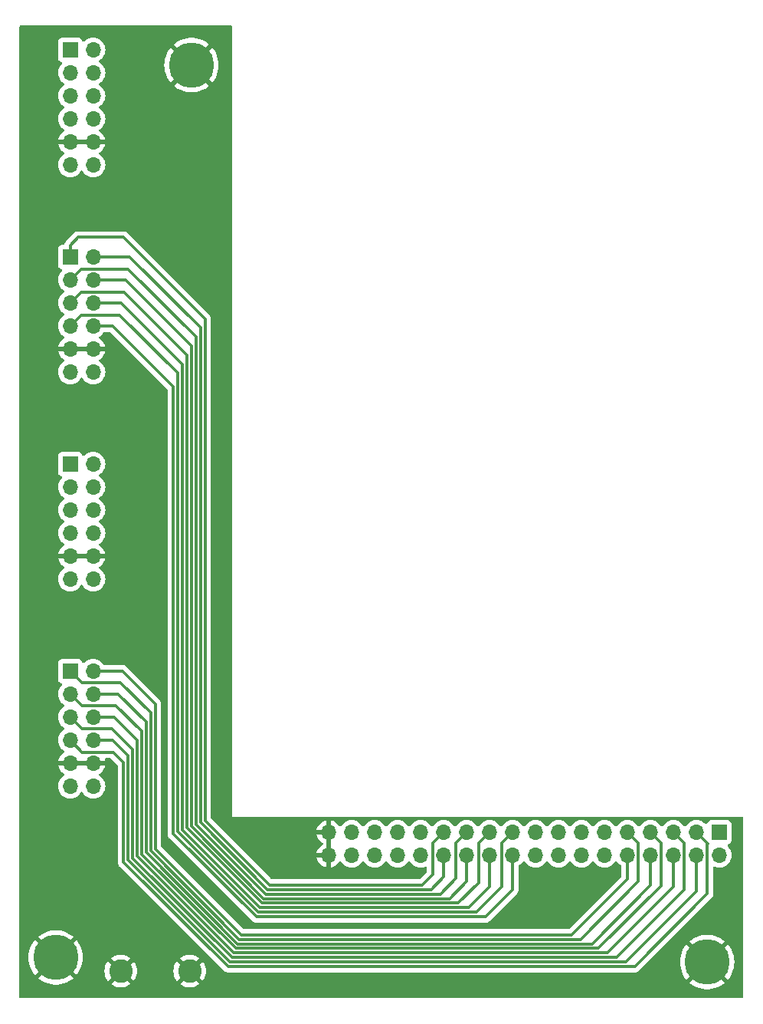
<source format=gbr>
%TF.GenerationSoftware,KiCad,Pcbnew,8.0.3-8.0.3-0~ubuntu20.04.1*%
%TF.CreationDate,2024-07-14T21:33:52+09:00*%
%TF.ProjectId,Gender_A7-100_ArduinoDUE,47656e64-6572-45f4-9137-2d3130305f41,rev?*%
%TF.SameCoordinates,Original*%
%TF.FileFunction,Copper,L1,Top*%
%TF.FilePolarity,Positive*%
%FSLAX46Y46*%
G04 Gerber Fmt 4.6, Leading zero omitted, Abs format (unit mm)*
G04 Created by KiCad (PCBNEW 8.0.3-8.0.3-0~ubuntu20.04.1) date 2024-07-14 21:33:52*
%MOMM*%
%LPD*%
G01*
G04 APERTURE LIST*
%TA.AperFunction,ComponentPad*%
%ADD10C,2.600000*%
%TD*%
%TA.AperFunction,ComponentPad*%
%ADD11C,5.000000*%
%TD*%
%TA.AperFunction,ComponentPad*%
%ADD12R,1.700000X1.700000*%
%TD*%
%TA.AperFunction,ComponentPad*%
%ADD13O,1.700000X1.700000*%
%TD*%
%TA.AperFunction,Conductor*%
%ADD14C,0.300000*%
%TD*%
G04 APERTURE END LIST*
D10*
%TO.P,TP3,1,1*%
%TO.N,GND*%
X107190000Y-152500000D03*
X114810000Y-152500000D03*
%TD*%
D11*
%TO.P,TP4,1,1*%
%TO.N,GND*%
X172000000Y-151500000D03*
%TD*%
%TO.P,TP2,1,1*%
%TO.N,GND*%
X115000000Y-52500000D03*
%TD*%
D12*
%TO.P,JA1,1,Pin_1*%
%TO.N,Net-(J1-Pin_33)*%
X101600000Y-50800000D03*
D13*
%TO.P,JA1,2,Pin_2*%
%TO.N,Net-(J1-Pin_34)*%
X104140000Y-50800000D03*
%TO.P,JA1,3,Pin_3*%
%TO.N,Net-(J1-Pin_31)*%
X101600000Y-53340000D03*
%TO.P,JA1,4,Pin_4*%
%TO.N,Net-(J1-Pin_32)*%
X104140000Y-53340000D03*
%TO.P,JA1,5,Pin_5*%
%TO.N,Net-(J1-Pin_29)*%
X101600000Y-55880000D03*
%TO.P,JA1,6,Pin_6*%
%TO.N,Net-(J1-Pin_30)*%
X104140000Y-55880000D03*
%TO.P,JA1,7,Pin_7*%
%TO.N,Net-(J1-Pin_27)*%
X101600000Y-58420000D03*
%TO.P,JA1,8,Pin_8*%
%TO.N,Net-(J1-Pin_28)*%
X104140000Y-58420000D03*
%TO.P,JA1,9,Pin_9*%
%TO.N,GND*%
X101600000Y-60960000D03*
%TO.P,JA1,10,Pin_10*%
X104140000Y-60960000D03*
%TO.P,JA1,11,Pin_11*%
%TO.N,unconnected-(JA1-Pin_11-Pad11)*%
X101600000Y-63500000D03*
%TO.P,JA1,12,Pin_12*%
%TO.N,unconnected-(JA1-Pin_12-Pad12)*%
X104140000Y-63500000D03*
%TD*%
D12*
%TO.P,JC1,1,Pin_1*%
%TO.N,Net-(J1-Pin_17)*%
X101600000Y-96520000D03*
D13*
%TO.P,JC1,2,Pin_2*%
%TO.N,Net-(J1-Pin_18)*%
X104140000Y-96520000D03*
%TO.P,JC1,3,Pin_3*%
%TO.N,Net-(J1-Pin_15)*%
X101600000Y-99060000D03*
%TO.P,JC1,4,Pin_4*%
%TO.N,Net-(J1-Pin_16)*%
X104140000Y-99060000D03*
%TO.P,JC1,5,Pin_5*%
%TO.N,Net-(J1-Pin_13)*%
X101600000Y-101600000D03*
%TO.P,JC1,6,Pin_6*%
%TO.N,Net-(J1-Pin_14)*%
X104140000Y-101600000D03*
%TO.P,JC1,7,Pin_7*%
%TO.N,Net-(J1-Pin_11)*%
X101600000Y-104140000D03*
%TO.P,JC1,8,Pin_8*%
%TO.N,Net-(J1-Pin_12)*%
X104140000Y-104140000D03*
%TO.P,JC1,9,Pin_9*%
%TO.N,GND*%
X101600000Y-106680000D03*
%TO.P,JC1,10,Pin_10*%
X104140000Y-106680000D03*
%TO.P,JC1,11,Pin_11*%
%TO.N,unconnected-(JC1-Pin_11-Pad11)*%
X101600000Y-109220000D03*
%TO.P,JC1,12,Pin_12*%
%TO.N,unconnected-(JC1-Pin_12-Pad12)*%
X104140000Y-109220000D03*
%TD*%
D12*
%TO.P,JB1,1,Pin_1*%
%TO.N,Net-(J1-Pin_25)*%
X101600000Y-73660000D03*
D13*
%TO.P,JB1,2,Pin_2*%
%TO.N,Net-(J1-Pin_26)*%
X104140000Y-73660000D03*
%TO.P,JB1,3,Pin_3*%
%TO.N,Net-(J1-Pin_23)*%
X101600000Y-76200000D03*
%TO.P,JB1,4,Pin_4*%
%TO.N,Net-(J1-Pin_24)*%
X104140000Y-76200000D03*
%TO.P,JB1,5,Pin_5*%
%TO.N,Net-(J1-Pin_21)*%
X101600000Y-78740000D03*
%TO.P,JB1,6,Pin_6*%
%TO.N,Net-(J1-Pin_22)*%
X104140000Y-78740000D03*
%TO.P,JB1,7,Pin_7*%
%TO.N,Net-(J1-Pin_19)*%
X101600000Y-81280000D03*
%TO.P,JB1,8,Pin_8*%
%TO.N,Net-(J1-Pin_20)*%
X104140000Y-81280000D03*
%TO.P,JB1,9,Pin_9*%
%TO.N,GND*%
X101600000Y-83820000D03*
%TO.P,JB1,10,Pin_10*%
X104140000Y-83820000D03*
%TO.P,JB1,11,Pin_11*%
%TO.N,unconnected-(JB1-Pin_11-Pad11)*%
X101600000Y-86360000D03*
%TO.P,JB1,12,Pin_12*%
%TO.N,unconnected-(JB1-Pin_12-Pad12)*%
X104140000Y-86360000D03*
%TD*%
D11*
%TO.P,TP1,1,1*%
%TO.N,GND*%
X100000000Y-151000000D03*
%TD*%
D12*
%TO.P,JD1,1,Pin_1*%
%TO.N,Net-(J1-Pin_9)*%
X101600000Y-119380000D03*
D13*
%TO.P,JD1,2,Pin_2*%
%TO.N,Net-(J1-Pin_10)*%
X104140000Y-119380000D03*
%TO.P,JD1,3,Pin_3*%
%TO.N,Net-(J1-Pin_7)*%
X101600000Y-121920000D03*
%TO.P,JD1,4,Pin_4*%
%TO.N,Net-(J1-Pin_8)*%
X104140000Y-121920000D03*
%TO.P,JD1,5,Pin_5*%
%TO.N,Net-(J1-Pin_5)*%
X101600000Y-124460000D03*
%TO.P,JD1,6,Pin_6*%
%TO.N,Net-(J1-Pin_6)*%
X104140000Y-124460000D03*
%TO.P,JD1,7,Pin_7*%
%TO.N,Net-(J1-Pin_3)*%
X101600000Y-127000000D03*
%TO.P,JD1,8,Pin_8*%
%TO.N,Net-(J1-Pin_4)*%
X104140000Y-127000000D03*
%TO.P,JD1,9,Pin_9*%
%TO.N,GND*%
X101600000Y-129540000D03*
%TO.P,JD1,10,Pin_10*%
X104140000Y-129540000D03*
%TO.P,JD1,11,Pin_11*%
%TO.N,unconnected-(JD1-Pin_11-Pad11)*%
X101600000Y-132080000D03*
%TO.P,JD1,12,Pin_12*%
%TO.N,unconnected-(JD1-Pin_12-Pad12)*%
X104140000Y-132080000D03*
%TD*%
D12*
%TO.P,J1,1,Pin_1*%
%TO.N,unconnected-(J1-Pin_1-Pad1)*%
X173355000Y-137160000D03*
D13*
%TO.P,J1,2,Pin_2*%
%TO.N,unconnected-(J1-Pin_2-Pad2)*%
X173355000Y-139700000D03*
%TO.P,J1,3,Pin_3*%
%TO.N,Net-(J1-Pin_3)*%
X170815000Y-137160000D03*
%TO.P,J1,4,Pin_4*%
%TO.N,Net-(J1-Pin_4)*%
X170815000Y-139700000D03*
%TO.P,J1,5,Pin_5*%
%TO.N,Net-(J1-Pin_5)*%
X168275000Y-137160000D03*
%TO.P,J1,6,Pin_6*%
%TO.N,Net-(J1-Pin_6)*%
X168275000Y-139700000D03*
%TO.P,J1,7,Pin_7*%
%TO.N,Net-(J1-Pin_7)*%
X165735000Y-137160000D03*
%TO.P,J1,8,Pin_8*%
%TO.N,Net-(J1-Pin_8)*%
X165735000Y-139700000D03*
%TO.P,J1,9,Pin_9*%
%TO.N,Net-(J1-Pin_9)*%
X163195000Y-137160000D03*
%TO.P,J1,10,Pin_10*%
%TO.N,Net-(J1-Pin_10)*%
X163195000Y-139700000D03*
%TO.P,J1,11,Pin_11*%
%TO.N,Net-(J1-Pin_11)*%
X160655000Y-137160000D03*
%TO.P,J1,12,Pin_12*%
%TO.N,Net-(J1-Pin_12)*%
X160655000Y-139700000D03*
%TO.P,J1,13,Pin_13*%
%TO.N,Net-(J1-Pin_13)*%
X158115000Y-137160000D03*
%TO.P,J1,14,Pin_14*%
%TO.N,Net-(J1-Pin_14)*%
X158115000Y-139700000D03*
%TO.P,J1,15,Pin_15*%
%TO.N,Net-(J1-Pin_15)*%
X155575000Y-137160000D03*
%TO.P,J1,16,Pin_16*%
%TO.N,Net-(J1-Pin_16)*%
X155575000Y-139700000D03*
%TO.P,J1,17,Pin_17*%
%TO.N,Net-(J1-Pin_17)*%
X153035000Y-137160000D03*
%TO.P,J1,18,Pin_18*%
%TO.N,Net-(J1-Pin_18)*%
X153035000Y-139700000D03*
%TO.P,J1,19,Pin_19*%
%TO.N,Net-(J1-Pin_19)*%
X150495000Y-137160000D03*
%TO.P,J1,20,Pin_20*%
%TO.N,Net-(J1-Pin_20)*%
X150495000Y-139700000D03*
%TO.P,J1,21,Pin_21*%
%TO.N,Net-(J1-Pin_21)*%
X147955000Y-137160000D03*
%TO.P,J1,22,Pin_22*%
%TO.N,Net-(J1-Pin_22)*%
X147955000Y-139700000D03*
%TO.P,J1,23,Pin_23*%
%TO.N,Net-(J1-Pin_23)*%
X145415000Y-137160000D03*
%TO.P,J1,24,Pin_24*%
%TO.N,Net-(J1-Pin_24)*%
X145415000Y-139700000D03*
%TO.P,J1,25,Pin_25*%
%TO.N,Net-(J1-Pin_25)*%
X142875000Y-137160000D03*
%TO.P,J1,26,Pin_26*%
%TO.N,Net-(J1-Pin_26)*%
X142875000Y-139700000D03*
%TO.P,J1,27,Pin_27*%
%TO.N,Net-(J1-Pin_27)*%
X140335000Y-137160000D03*
%TO.P,J1,28,Pin_28*%
%TO.N,Net-(J1-Pin_28)*%
X140335000Y-139700000D03*
%TO.P,J1,29,Pin_29*%
%TO.N,Net-(J1-Pin_29)*%
X137795000Y-137160000D03*
%TO.P,J1,30,Pin_30*%
%TO.N,Net-(J1-Pin_30)*%
X137795000Y-139700000D03*
%TO.P,J1,31,Pin_31*%
%TO.N,Net-(J1-Pin_31)*%
X135255000Y-137160000D03*
%TO.P,J1,32,Pin_32*%
%TO.N,Net-(J1-Pin_32)*%
X135255000Y-139700000D03*
%TO.P,J1,33,Pin_33*%
%TO.N,Net-(J1-Pin_33)*%
X132715000Y-137160000D03*
%TO.P,J1,34,Pin_34*%
%TO.N,Net-(J1-Pin_34)*%
X132715000Y-139700000D03*
%TO.P,J1,35,Pin_35*%
%TO.N,GND*%
X130175000Y-137160000D03*
%TO.P,J1,36,Pin_36*%
X130175000Y-139700000D03*
%TD*%
D14*
%TO.N,Net-(J1-Pin_20)*%
X150495000Y-139700000D02*
X150495000Y-143505000D01*
X147500000Y-146500000D02*
X122171572Y-146500000D01*
X150495000Y-143505000D02*
X147500000Y-146500000D01*
X113000000Y-88000000D02*
X106280000Y-81280000D01*
X122171572Y-146500000D02*
X113000000Y-137328428D01*
X113000000Y-137328428D02*
X113000000Y-88000000D01*
X106280000Y-81280000D02*
X104140000Y-81280000D01*
%TO.N,Net-(J1-Pin_3)*%
X101600000Y-127000000D02*
X102940000Y-128340000D01*
X106340000Y-128340000D02*
X107500000Y-129500000D01*
X164000000Y-152000000D02*
X172015000Y-143985000D01*
X102940000Y-128340000D02*
X106340000Y-128340000D01*
X119050251Y-152000000D02*
X164000000Y-152000000D01*
X107500000Y-129500000D02*
X107500000Y-140449749D01*
X107500000Y-140449749D02*
X119050251Y-152000000D01*
X172015000Y-143985000D02*
X172015000Y-138360000D01*
X172015000Y-138360000D02*
X170815000Y-137160000D01*
%TO.N,Net-(J1-Pin_4)*%
X104140000Y-127000000D02*
X106250000Y-127000000D01*
X106250000Y-127000000D02*
X108000000Y-128750000D01*
X108000000Y-128750000D02*
X108000000Y-140242642D01*
X108000000Y-140242642D02*
X119257358Y-151500000D01*
X119257358Y-151500000D02*
X163000000Y-151500000D01*
X163000000Y-151500000D02*
X170815000Y-143685000D01*
X170815000Y-143685000D02*
X170815000Y-139700000D01*
%TO.N,Net-(J1-Pin_5)*%
X168275000Y-137160000D02*
X169475000Y-138360000D01*
X169475000Y-138360000D02*
X169475000Y-143525000D01*
X169475000Y-143525000D02*
X162000000Y-151000000D01*
X162000000Y-151000000D02*
X119464465Y-151000000D01*
X119464465Y-151000000D02*
X108500000Y-140035535D01*
X108500000Y-140035535D02*
X108500000Y-128000000D01*
X102870000Y-125730000D02*
X101600000Y-124460000D01*
X108500000Y-128000000D02*
X106230000Y-125730000D01*
X106230000Y-125730000D02*
X102870000Y-125730000D01*
%TO.N,Net-(J1-Pin_6)*%
X168275000Y-139700000D02*
X168275000Y-143225000D01*
X168275000Y-143225000D02*
X161000000Y-150500000D01*
X106460000Y-124460000D02*
X104140000Y-124460000D01*
X161000000Y-150500000D02*
X119671572Y-150500000D01*
X119671572Y-150500000D02*
X109000000Y-139828428D01*
X109000000Y-127000000D02*
X106460000Y-124460000D01*
X109000000Y-139828428D02*
X109000000Y-127000000D01*
%TO.N,Net-(J1-Pin_7)*%
X119878679Y-150000000D02*
X160000000Y-150000000D01*
X102870000Y-123190000D02*
X101600000Y-121920000D01*
X119878679Y-150000000D02*
X109500000Y-139621321D01*
X109500000Y-139621321D02*
X109500000Y-126036250D01*
X109500000Y-126036250D02*
X106653750Y-123190000D01*
X106653750Y-123190000D02*
X102870000Y-123190000D01*
X166935000Y-138360000D02*
X166935000Y-143065000D01*
X166935000Y-143065000D02*
X160000000Y-150000000D01*
%TO.N,Net-(J1-Pin_8)*%
X104140000Y-121920000D02*
X106920000Y-121920000D01*
X106920000Y-121920000D02*
X110000000Y-125000000D01*
X120085786Y-149500000D02*
X159250000Y-149500000D01*
X165735000Y-143015000D02*
X165735000Y-139700000D01*
X110000000Y-125000000D02*
X110000000Y-139414214D01*
X110000000Y-139414214D02*
X120085786Y-149500000D01*
X159250000Y-149500000D02*
X165735000Y-143015000D01*
%TO.N,Net-(J1-Pin_9)*%
X163195000Y-137160000D02*
X164395000Y-138360000D01*
X107150000Y-120650000D02*
X102870000Y-120650000D01*
X164395000Y-138360000D02*
X164395000Y-142605000D01*
X164395000Y-142605000D02*
X158000000Y-149000000D01*
X158000000Y-149000000D02*
X120292893Y-149000000D01*
X120292893Y-149000000D02*
X110500000Y-139207107D01*
X110500000Y-139207107D02*
X110500000Y-124000000D01*
X110500000Y-124000000D02*
X107150000Y-120650000D01*
X102870000Y-120650000D02*
X101600000Y-119380000D01*
%TO.N,Net-(J1-Pin_10)*%
X163195000Y-139700000D02*
X163195000Y-142305000D01*
X163195000Y-142305000D02*
X157000000Y-148500000D01*
X157000000Y-148500000D02*
X120500000Y-148500000D01*
X120500000Y-148500000D02*
X111000000Y-139000000D01*
X111000000Y-139000000D02*
X111000000Y-123000000D01*
X111000000Y-123000000D02*
X107380000Y-119380000D01*
X107380000Y-119380000D02*
X104140000Y-119380000D01*
%TO.N,Net-(J1-Pin_25)*%
X142875000Y-137160000D02*
X141675000Y-138360000D01*
X141675000Y-138360000D02*
X141675000Y-141825000D01*
X107500000Y-71500000D02*
X102500000Y-71500000D01*
X141675000Y-141825000D02*
X140500000Y-143000000D01*
X101600000Y-72400000D02*
X101600000Y-73660000D01*
X140500000Y-143000000D02*
X123621318Y-143000000D01*
X123621318Y-143000000D02*
X116500000Y-135878682D01*
X116500000Y-135878682D02*
X116500000Y-80500000D01*
X116500000Y-80500000D02*
X107500000Y-71500000D01*
X102500000Y-71500000D02*
X101600000Y-72400000D01*
%TO.N,Net-(J1-Pin_26)*%
X104140000Y-73660000D02*
X108160000Y-73660000D01*
X141500000Y-143500000D02*
X142875000Y-142125000D01*
X108160000Y-73660000D02*
X116000000Y-81500000D01*
X116000000Y-81500000D02*
X116000000Y-136085788D01*
X116000000Y-136085788D02*
X123414212Y-143500000D01*
X123414212Y-143500000D02*
X141500000Y-143500000D01*
X142875000Y-142125000D02*
X142875000Y-139700000D01*
%TO.N,Net-(J1-Pin_23)*%
X145415000Y-137160000D02*
X144215000Y-138360000D01*
X144215000Y-138360000D02*
X144215000Y-142285000D01*
X144215000Y-142285000D02*
X142500000Y-144000000D01*
X142500000Y-144000000D02*
X123207106Y-144000000D01*
X108000000Y-75000000D02*
X102800000Y-75000000D01*
X123207106Y-144000000D02*
X115500000Y-136292894D01*
X115500000Y-82500000D02*
X108000000Y-75000000D01*
X115500000Y-136292894D02*
X115500000Y-82500000D01*
X102800000Y-75000000D02*
X101600000Y-76200000D01*
%TO.N,Net-(J1-Pin_19)*%
X150495000Y-137160000D02*
X149295000Y-138360000D01*
X149295000Y-143205000D02*
X146500000Y-146000000D01*
X149295000Y-138360000D02*
X149295000Y-143205000D01*
X146500000Y-146000000D02*
X122378679Y-146000000D01*
X122378679Y-146000000D02*
X113500000Y-137121321D01*
X113500000Y-137121321D02*
X113500000Y-86500000D01*
X113500000Y-86500000D02*
X107080000Y-80080000D01*
X107080000Y-80080000D02*
X102800000Y-80080000D01*
X102800000Y-80080000D02*
X101600000Y-81280000D01*
%TO.N,Net-(J1-Pin_22)*%
X147955000Y-139700000D02*
X147955000Y-143170000D01*
X147955000Y-143170000D02*
X145625000Y-145500000D01*
X145625000Y-145500000D02*
X122585786Y-145500000D01*
X122585786Y-145500000D02*
X114000000Y-136914214D01*
X114000000Y-136914214D02*
X114000000Y-85500000D01*
X114000000Y-85500000D02*
X107240000Y-78740000D01*
X107240000Y-78740000D02*
X104140000Y-78740000D01*
%TO.N,Net-(J1-Pin_21)*%
X147955000Y-137160000D02*
X146755000Y-138360000D01*
X146755000Y-138360000D02*
X146755000Y-142745000D01*
X146755000Y-142745000D02*
X144500000Y-145000000D01*
X114500000Y-84500000D02*
X107540000Y-77540000D01*
X144500000Y-145000000D02*
X122792893Y-145000000D01*
X122792893Y-145000000D02*
X114500000Y-136707107D01*
X114500000Y-136707107D02*
X114500000Y-84500000D01*
X107540000Y-77540000D02*
X102800000Y-77540000D01*
X102800000Y-77540000D02*
X101600000Y-78740000D01*
%TO.N,Net-(J1-Pin_24)*%
X145415000Y-139700000D02*
X145415000Y-142585000D01*
X145415000Y-142585000D02*
X143500000Y-144500000D01*
X143500000Y-144500000D02*
X123000000Y-144500000D01*
X123000000Y-144500000D02*
X115000000Y-136500000D01*
X115000000Y-136500000D02*
X115000000Y-83500000D01*
X115000000Y-83500000D02*
X107700000Y-76200000D01*
X107700000Y-76200000D02*
X104140000Y-76200000D01*
%TO.N,Net-(J1-Pin_7)*%
X165735000Y-137160000D02*
X166935000Y-138360000D01*
%TO.N,Net-(J1-Pin_3)*%
X172085000Y-138430000D02*
X170815000Y-137160000D01*
%TD*%
%TA.AperFunction,Conductor*%
%TO.N,GND*%
G36*
X130425000Y-139266988D02*
G01*
X130367993Y-139234075D01*
X130240826Y-139200000D01*
X130109174Y-139200000D01*
X129982007Y-139234075D01*
X129925000Y-139266988D01*
X129925000Y-137593012D01*
X129982007Y-137625925D01*
X130109174Y-137660000D01*
X130240826Y-137660000D01*
X130367993Y-137625925D01*
X130425000Y-137593012D01*
X130425000Y-139266988D01*
G37*
%TD.AperFunction*%
%TA.AperFunction,Conductor*%
G36*
X103674075Y-129347007D02*
G01*
X103640000Y-129474174D01*
X103640000Y-129605826D01*
X103674075Y-129732993D01*
X103706988Y-129790000D01*
X102033012Y-129790000D01*
X102065925Y-129732993D01*
X102100000Y-129605826D01*
X102100000Y-129474174D01*
X102065925Y-129347007D01*
X102033012Y-129290000D01*
X103706988Y-129290000D01*
X103674075Y-129347007D01*
G37*
%TD.AperFunction*%
%TA.AperFunction,Conductor*%
G36*
X103674075Y-83627007D02*
G01*
X103640000Y-83754174D01*
X103640000Y-83885826D01*
X103674075Y-84012993D01*
X103706988Y-84070000D01*
X102033012Y-84070000D01*
X102065925Y-84012993D01*
X102100000Y-83885826D01*
X102100000Y-83754174D01*
X102065925Y-83627007D01*
X102033012Y-83570000D01*
X103706988Y-83570000D01*
X103674075Y-83627007D01*
G37*
%TD.AperFunction*%
%TA.AperFunction,Conductor*%
G36*
X103674075Y-106487007D02*
G01*
X103640000Y-106614174D01*
X103640000Y-106745826D01*
X103674075Y-106872993D01*
X103706988Y-106930000D01*
X102033012Y-106930000D01*
X102065925Y-106872993D01*
X102100000Y-106745826D01*
X102100000Y-106614174D01*
X102065925Y-106487007D01*
X102033012Y-106430000D01*
X103706988Y-106430000D01*
X103674075Y-106487007D01*
G37*
%TD.AperFunction*%
%TA.AperFunction,Conductor*%
G36*
X103674075Y-60767007D02*
G01*
X103640000Y-60894174D01*
X103640000Y-61025826D01*
X103674075Y-61152993D01*
X103706988Y-61210000D01*
X102033012Y-61210000D01*
X102065925Y-61152993D01*
X102100000Y-61025826D01*
X102100000Y-60894174D01*
X102065925Y-60767007D01*
X102033012Y-60710000D01*
X103706988Y-60710000D01*
X103674075Y-60767007D01*
G37*
%TD.AperFunction*%
%TA.AperFunction,Conductor*%
G36*
X119443039Y-48145185D02*
G01*
X119488794Y-48197989D01*
X119500000Y-48249500D01*
X119500000Y-132085706D01*
X119499512Y-134926424D01*
X119499500Y-134926626D01*
X119499500Y-135001749D01*
X119499488Y-135070013D01*
X119500000Y-135077816D01*
X119500000Y-135500000D01*
X119922178Y-135500000D01*
X119929803Y-135500500D01*
X119934108Y-135500500D01*
X119999913Y-135500500D01*
X119999922Y-135500500D01*
X120065806Y-135500511D01*
X120065810Y-135500509D01*
X120073836Y-135500511D01*
X120074019Y-135500500D01*
X175875500Y-135500500D01*
X175942539Y-135520185D01*
X175988294Y-135572989D01*
X175999500Y-135624500D01*
X175999500Y-155375500D01*
X175979815Y-155442539D01*
X175927011Y-155488294D01*
X175875500Y-155499500D01*
X96124500Y-155499500D01*
X96057461Y-155479815D01*
X96011706Y-155427011D01*
X96000500Y-155375500D01*
X96000500Y-150999996D01*
X96994916Y-150999996D01*
X96994916Y-151000003D01*
X97015235Y-151348869D01*
X97015236Y-151348880D01*
X97075914Y-151693002D01*
X97075916Y-151693011D01*
X97176145Y-152027800D01*
X97314555Y-152348670D01*
X97314561Y-152348683D01*
X97489289Y-152651322D01*
X97697967Y-152931625D01*
X97706148Y-152940296D01*
X98420079Y-152226365D01*
X98493094Y-152321521D01*
X98678479Y-152506906D01*
X98773632Y-152579919D01*
X98062818Y-153290733D01*
X98062819Y-153290734D01*
X98205484Y-153410445D01*
X98497461Y-153602480D01*
X98809739Y-153759314D01*
X98809745Y-153759316D01*
X99138130Y-153878838D01*
X99138133Y-153878839D01*
X99478171Y-153959429D01*
X99825276Y-153999999D01*
X99825277Y-154000000D01*
X100174723Y-154000000D01*
X100174723Y-153999999D01*
X100521827Y-153959429D01*
X100521829Y-153959429D01*
X100861866Y-153878839D01*
X100861869Y-153878838D01*
X101190254Y-153759316D01*
X101190260Y-153759314D01*
X101502538Y-153602480D01*
X101794509Y-153410449D01*
X101794510Y-153410448D01*
X101937179Y-153290734D01*
X101937180Y-153290733D01*
X101226367Y-152579919D01*
X101321521Y-152506906D01*
X101506906Y-152321521D01*
X101579919Y-152226367D01*
X102293849Y-152940297D01*
X102293851Y-152940296D01*
X102302022Y-152931636D01*
X102302033Y-152931623D01*
X102510710Y-152651322D01*
X102598078Y-152499995D01*
X105384953Y-152499995D01*
X105384953Y-152500004D01*
X105405113Y-152769026D01*
X105405113Y-152769028D01*
X105465142Y-153032033D01*
X105465148Y-153032052D01*
X105563709Y-153283181D01*
X105563708Y-153283181D01*
X105698602Y-153516822D01*
X105752294Y-153584151D01*
X105752295Y-153584151D01*
X106588958Y-152747488D01*
X106613978Y-152807890D01*
X106685112Y-152914351D01*
X106775649Y-153004888D01*
X106882110Y-153076022D01*
X106942510Y-153101041D01*
X106104848Y-153938702D01*
X106287483Y-154063220D01*
X106287485Y-154063221D01*
X106530539Y-154180269D01*
X106530537Y-154180269D01*
X106788337Y-154259790D01*
X106788343Y-154259792D01*
X107055101Y-154299999D01*
X107055110Y-154300000D01*
X107324890Y-154300000D01*
X107324898Y-154299999D01*
X107591656Y-154259792D01*
X107591662Y-154259790D01*
X107849461Y-154180269D01*
X108092521Y-154063218D01*
X108275150Y-153938702D01*
X107437488Y-153101041D01*
X107497890Y-153076022D01*
X107604351Y-153004888D01*
X107694888Y-152914351D01*
X107766022Y-152807890D01*
X107791041Y-152747488D01*
X108627703Y-153584151D01*
X108627704Y-153584150D01*
X108681393Y-153516828D01*
X108681400Y-153516817D01*
X108816290Y-153283181D01*
X108914851Y-153032052D01*
X108914857Y-153032033D01*
X108974886Y-152769028D01*
X108974886Y-152769026D01*
X108995047Y-152500004D01*
X108995047Y-152499995D01*
X113004953Y-152499995D01*
X113004953Y-152500004D01*
X113025113Y-152769026D01*
X113025113Y-152769028D01*
X113085142Y-153032033D01*
X113085148Y-153032052D01*
X113183709Y-153283181D01*
X113183708Y-153283181D01*
X113318602Y-153516822D01*
X113372294Y-153584151D01*
X113372295Y-153584151D01*
X114208958Y-152747488D01*
X114233978Y-152807890D01*
X114305112Y-152914351D01*
X114395649Y-153004888D01*
X114502110Y-153076022D01*
X114562510Y-153101041D01*
X113724848Y-153938702D01*
X113907483Y-154063220D01*
X113907485Y-154063221D01*
X114150539Y-154180269D01*
X114150537Y-154180269D01*
X114408337Y-154259790D01*
X114408343Y-154259792D01*
X114675101Y-154299999D01*
X114675110Y-154300000D01*
X114944890Y-154300000D01*
X114944898Y-154299999D01*
X115211656Y-154259792D01*
X115211662Y-154259790D01*
X115469461Y-154180269D01*
X115712521Y-154063218D01*
X115895150Y-153938702D01*
X115057488Y-153101041D01*
X115117890Y-153076022D01*
X115224351Y-153004888D01*
X115314888Y-152914351D01*
X115386022Y-152807890D01*
X115411041Y-152747488D01*
X116247703Y-153584151D01*
X116247704Y-153584150D01*
X116301393Y-153516828D01*
X116301400Y-153516817D01*
X116436290Y-153283181D01*
X116534851Y-153032052D01*
X116534857Y-153032033D01*
X116594886Y-152769028D01*
X116594886Y-152769026D01*
X116615047Y-152500004D01*
X116615047Y-152499995D01*
X116594886Y-152230973D01*
X116594886Y-152230971D01*
X116534857Y-151967966D01*
X116534851Y-151967947D01*
X116436290Y-151716818D01*
X116436291Y-151716818D01*
X116301397Y-151483177D01*
X116247704Y-151415847D01*
X115411041Y-152252510D01*
X115386022Y-152192110D01*
X115314888Y-152085649D01*
X115224351Y-151995112D01*
X115117890Y-151923978D01*
X115057488Y-151898958D01*
X115895150Y-151061296D01*
X115712517Y-150936779D01*
X115712516Y-150936778D01*
X115469460Y-150819730D01*
X115469462Y-150819730D01*
X115211662Y-150740209D01*
X115211656Y-150740207D01*
X114944898Y-150700000D01*
X114675101Y-150700000D01*
X114408343Y-150740207D01*
X114408337Y-150740209D01*
X114150538Y-150819730D01*
X113907485Y-150936778D01*
X113907476Y-150936783D01*
X113724848Y-151061296D01*
X114562511Y-151898958D01*
X114502110Y-151923978D01*
X114395649Y-151995112D01*
X114305112Y-152085649D01*
X114233978Y-152192110D01*
X114208958Y-152252511D01*
X113372295Y-151415848D01*
X113318600Y-151483180D01*
X113183709Y-151716818D01*
X113085148Y-151967947D01*
X113085142Y-151967966D01*
X113025113Y-152230971D01*
X113025113Y-152230973D01*
X113004953Y-152499995D01*
X108995047Y-152499995D01*
X108974886Y-152230973D01*
X108974886Y-152230971D01*
X108914857Y-151967966D01*
X108914851Y-151967947D01*
X108816290Y-151716818D01*
X108816291Y-151716818D01*
X108681397Y-151483177D01*
X108627704Y-151415847D01*
X107791041Y-152252510D01*
X107766022Y-152192110D01*
X107694888Y-152085649D01*
X107604351Y-151995112D01*
X107497890Y-151923978D01*
X107437488Y-151898958D01*
X108275150Y-151061296D01*
X108092517Y-150936779D01*
X108092516Y-150936778D01*
X107849460Y-150819730D01*
X107849462Y-150819730D01*
X107591662Y-150740209D01*
X107591656Y-150740207D01*
X107324898Y-150700000D01*
X107055101Y-150700000D01*
X106788343Y-150740207D01*
X106788337Y-150740209D01*
X106530538Y-150819730D01*
X106287485Y-150936778D01*
X106287476Y-150936783D01*
X106104848Y-151061296D01*
X106942511Y-151898958D01*
X106882110Y-151923978D01*
X106775649Y-151995112D01*
X106685112Y-152085649D01*
X106613978Y-152192110D01*
X106588958Y-152252511D01*
X105752295Y-151415848D01*
X105698600Y-151483180D01*
X105563709Y-151716818D01*
X105465148Y-151967947D01*
X105465142Y-151967966D01*
X105405113Y-152230971D01*
X105405113Y-152230973D01*
X105384953Y-152499995D01*
X102598078Y-152499995D01*
X102685438Y-152348683D01*
X102685444Y-152348670D01*
X102823854Y-152027800D01*
X102924083Y-151693011D01*
X102924085Y-151693002D01*
X102984763Y-151348880D01*
X102984764Y-151348869D01*
X103005084Y-151000003D01*
X103005084Y-150999996D01*
X102984764Y-150651130D01*
X102984763Y-150651119D01*
X102924085Y-150306997D01*
X102924083Y-150306988D01*
X102823854Y-149972199D01*
X102685444Y-149651329D01*
X102685438Y-149651316D01*
X102510710Y-149348677D01*
X102302032Y-149068374D01*
X102293850Y-149059702D01*
X101579919Y-149773632D01*
X101506906Y-149678479D01*
X101321521Y-149493094D01*
X101226366Y-149420079D01*
X101937180Y-148709265D01*
X101937179Y-148709264D01*
X101794519Y-148589557D01*
X101502538Y-148397519D01*
X101190260Y-148240685D01*
X101190254Y-148240683D01*
X100861869Y-148121161D01*
X100861866Y-148121160D01*
X100521828Y-148040570D01*
X100174723Y-148000000D01*
X99825277Y-148000000D01*
X99478172Y-148040570D01*
X99478170Y-148040570D01*
X99138133Y-148121160D01*
X99138130Y-148121161D01*
X98809745Y-148240683D01*
X98809739Y-148240685D01*
X98497461Y-148397519D01*
X98205480Y-148589557D01*
X98062819Y-148709264D01*
X98062818Y-148709265D01*
X98773633Y-149420079D01*
X98678479Y-149493094D01*
X98493094Y-149678479D01*
X98420080Y-149773633D01*
X97706148Y-149059701D01*
X97706147Y-149059702D01*
X97697976Y-149068363D01*
X97697972Y-149068368D01*
X97489289Y-149348677D01*
X97314561Y-149651316D01*
X97314555Y-149651329D01*
X97176145Y-149972199D01*
X97075916Y-150306988D01*
X97075914Y-150306997D01*
X97015236Y-150651119D01*
X97015235Y-150651130D01*
X96994916Y-150999996D01*
X96000500Y-150999996D01*
X96000500Y-99059999D01*
X100244341Y-99059999D01*
X100244341Y-99060000D01*
X100264936Y-99295403D01*
X100264938Y-99295413D01*
X100326094Y-99523655D01*
X100326096Y-99523659D01*
X100326097Y-99523663D01*
X100330000Y-99532032D01*
X100425965Y-99737830D01*
X100425967Y-99737834D01*
X100534281Y-99892521D01*
X100561501Y-99931396D01*
X100561506Y-99931402D01*
X100728597Y-100098493D01*
X100728603Y-100098498D01*
X100914158Y-100228425D01*
X100957783Y-100283002D01*
X100964977Y-100352500D01*
X100933454Y-100414855D01*
X100914158Y-100431575D01*
X100728597Y-100561505D01*
X100561505Y-100728597D01*
X100425965Y-100922169D01*
X100425964Y-100922171D01*
X100326098Y-101136335D01*
X100326094Y-101136344D01*
X100264938Y-101364586D01*
X100264936Y-101364596D01*
X100244341Y-101599999D01*
X100244341Y-101600000D01*
X100264936Y-101835403D01*
X100264938Y-101835413D01*
X100326094Y-102063655D01*
X100326096Y-102063659D01*
X100326097Y-102063663D01*
X100330000Y-102072032D01*
X100425965Y-102277830D01*
X100425967Y-102277834D01*
X100534281Y-102432521D01*
X100561501Y-102471396D01*
X100561506Y-102471402D01*
X100728597Y-102638493D01*
X100728603Y-102638498D01*
X100914158Y-102768425D01*
X100957783Y-102823002D01*
X100964977Y-102892500D01*
X100933454Y-102954855D01*
X100914158Y-102971575D01*
X100728597Y-103101505D01*
X100561505Y-103268597D01*
X100425965Y-103462169D01*
X100425964Y-103462171D01*
X100326098Y-103676335D01*
X100326094Y-103676344D01*
X100264938Y-103904586D01*
X100264936Y-103904596D01*
X100244341Y-104139999D01*
X100244341Y-104140000D01*
X100264936Y-104375403D01*
X100264938Y-104375413D01*
X100326094Y-104603655D01*
X100326096Y-104603659D01*
X100326097Y-104603663D01*
X100330000Y-104612032D01*
X100425965Y-104817830D01*
X100425967Y-104817834D01*
X100534281Y-104972521D01*
X100561501Y-105011396D01*
X100561506Y-105011402D01*
X100728597Y-105178493D01*
X100728603Y-105178498D01*
X100914594Y-105308730D01*
X100958219Y-105363307D01*
X100965413Y-105432805D01*
X100933890Y-105495160D01*
X100914595Y-105511880D01*
X100728922Y-105641890D01*
X100728920Y-105641891D01*
X100561891Y-105808920D01*
X100561886Y-105808926D01*
X100426400Y-106002420D01*
X100426399Y-106002422D01*
X100326570Y-106216507D01*
X100326567Y-106216513D01*
X100269364Y-106429999D01*
X100269364Y-106430000D01*
X101166988Y-106430000D01*
X101134075Y-106487007D01*
X101100000Y-106614174D01*
X101100000Y-106745826D01*
X101134075Y-106872993D01*
X101166988Y-106930000D01*
X100269364Y-106930000D01*
X100326567Y-107143486D01*
X100326570Y-107143492D01*
X100426399Y-107357578D01*
X100561894Y-107551082D01*
X100728917Y-107718105D01*
X100914595Y-107848119D01*
X100958219Y-107902696D01*
X100965412Y-107972195D01*
X100933890Y-108034549D01*
X100914595Y-108051269D01*
X100728594Y-108181508D01*
X100561505Y-108348597D01*
X100425965Y-108542169D01*
X100425964Y-108542171D01*
X100326098Y-108756335D01*
X100326094Y-108756344D01*
X100264938Y-108984586D01*
X100264936Y-108984596D01*
X100244341Y-109219999D01*
X100244341Y-109220000D01*
X100264936Y-109455403D01*
X100264938Y-109455413D01*
X100326094Y-109683655D01*
X100326096Y-109683659D01*
X100326097Y-109683663D01*
X100330000Y-109692032D01*
X100425965Y-109897830D01*
X100425967Y-109897834D01*
X100534281Y-110052521D01*
X100561505Y-110091401D01*
X100728599Y-110258495D01*
X100825384Y-110326265D01*
X100922165Y-110394032D01*
X100922167Y-110394033D01*
X100922170Y-110394035D01*
X101136337Y-110493903D01*
X101364592Y-110555063D01*
X101552918Y-110571539D01*
X101599999Y-110575659D01*
X101600000Y-110575659D01*
X101600001Y-110575659D01*
X101639234Y-110572226D01*
X101835408Y-110555063D01*
X102063663Y-110493903D01*
X102277830Y-110394035D01*
X102471401Y-110258495D01*
X102638495Y-110091401D01*
X102768425Y-109905842D01*
X102823002Y-109862217D01*
X102892500Y-109855023D01*
X102954855Y-109886546D01*
X102971575Y-109905842D01*
X103101500Y-110091395D01*
X103101505Y-110091401D01*
X103268599Y-110258495D01*
X103365384Y-110326265D01*
X103462165Y-110394032D01*
X103462167Y-110394033D01*
X103462170Y-110394035D01*
X103676337Y-110493903D01*
X103904592Y-110555063D01*
X104092918Y-110571539D01*
X104139999Y-110575659D01*
X104140000Y-110575659D01*
X104140001Y-110575659D01*
X104179234Y-110572226D01*
X104375408Y-110555063D01*
X104603663Y-110493903D01*
X104817830Y-110394035D01*
X105011401Y-110258495D01*
X105178495Y-110091401D01*
X105314035Y-109897830D01*
X105413903Y-109683663D01*
X105475063Y-109455408D01*
X105495659Y-109220000D01*
X105475063Y-108984592D01*
X105413903Y-108756337D01*
X105314035Y-108542171D01*
X105308425Y-108534158D01*
X105178494Y-108348597D01*
X105011402Y-108181506D01*
X105011401Y-108181505D01*
X104825405Y-108051269D01*
X104781781Y-107996692D01*
X104774588Y-107927193D01*
X104806110Y-107864839D01*
X104825405Y-107848119D01*
X105011082Y-107718105D01*
X105178105Y-107551082D01*
X105313600Y-107357578D01*
X105413429Y-107143492D01*
X105413432Y-107143486D01*
X105470636Y-106930000D01*
X104573012Y-106930000D01*
X104605925Y-106872993D01*
X104640000Y-106745826D01*
X104640000Y-106614174D01*
X104605925Y-106487007D01*
X104573012Y-106430000D01*
X105470636Y-106430000D01*
X105470635Y-106429999D01*
X105413432Y-106216513D01*
X105413429Y-106216507D01*
X105313600Y-106002422D01*
X105313599Y-106002420D01*
X105178113Y-105808926D01*
X105178108Y-105808920D01*
X105011078Y-105641890D01*
X104825405Y-105511879D01*
X104781780Y-105457302D01*
X104774588Y-105387804D01*
X104806110Y-105325449D01*
X104825406Y-105308730D01*
X105011401Y-105178495D01*
X105178495Y-105011401D01*
X105314035Y-104817830D01*
X105413903Y-104603663D01*
X105475063Y-104375408D01*
X105495659Y-104140000D01*
X105475063Y-103904592D01*
X105413903Y-103676337D01*
X105314035Y-103462171D01*
X105308425Y-103454158D01*
X105178494Y-103268597D01*
X105011402Y-103101506D01*
X105011396Y-103101501D01*
X104825842Y-102971575D01*
X104782217Y-102916998D01*
X104775023Y-102847500D01*
X104806546Y-102785145D01*
X104825842Y-102768425D01*
X104848026Y-102752891D01*
X105011401Y-102638495D01*
X105178495Y-102471401D01*
X105314035Y-102277830D01*
X105413903Y-102063663D01*
X105475063Y-101835408D01*
X105495659Y-101600000D01*
X105475063Y-101364592D01*
X105413903Y-101136337D01*
X105314035Y-100922171D01*
X105308425Y-100914158D01*
X105178494Y-100728597D01*
X105011402Y-100561506D01*
X105011396Y-100561501D01*
X104825842Y-100431575D01*
X104782217Y-100376998D01*
X104775023Y-100307500D01*
X104806546Y-100245145D01*
X104825842Y-100228425D01*
X104848026Y-100212891D01*
X105011401Y-100098495D01*
X105178495Y-99931401D01*
X105314035Y-99737830D01*
X105413903Y-99523663D01*
X105475063Y-99295408D01*
X105495659Y-99060000D01*
X105475063Y-98824592D01*
X105413903Y-98596337D01*
X105314035Y-98382171D01*
X105308425Y-98374158D01*
X105178494Y-98188597D01*
X105011402Y-98021506D01*
X105011396Y-98021501D01*
X104825842Y-97891575D01*
X104782217Y-97836998D01*
X104775023Y-97767500D01*
X104806546Y-97705145D01*
X104825842Y-97688425D01*
X104848026Y-97672891D01*
X105011401Y-97558495D01*
X105178495Y-97391401D01*
X105314035Y-97197830D01*
X105413903Y-96983663D01*
X105475063Y-96755408D01*
X105495659Y-96520000D01*
X105475063Y-96284592D01*
X105413903Y-96056337D01*
X105314035Y-95842171D01*
X105178495Y-95648599D01*
X105178494Y-95648597D01*
X105011402Y-95481506D01*
X105011395Y-95481501D01*
X104817834Y-95345967D01*
X104817830Y-95345965D01*
X104817828Y-95345964D01*
X104603663Y-95246097D01*
X104603659Y-95246096D01*
X104603655Y-95246094D01*
X104375413Y-95184938D01*
X104375403Y-95184936D01*
X104140001Y-95164341D01*
X104139999Y-95164341D01*
X103904596Y-95184936D01*
X103904586Y-95184938D01*
X103676344Y-95246094D01*
X103676335Y-95246098D01*
X103462171Y-95345964D01*
X103462169Y-95345965D01*
X103268600Y-95481503D01*
X103146673Y-95603430D01*
X103085350Y-95636914D01*
X103015658Y-95631930D01*
X102959725Y-95590058D01*
X102942810Y-95559081D01*
X102893797Y-95427671D01*
X102893793Y-95427664D01*
X102807547Y-95312455D01*
X102807544Y-95312452D01*
X102692335Y-95226206D01*
X102692328Y-95226202D01*
X102557482Y-95175908D01*
X102557483Y-95175908D01*
X102497883Y-95169501D01*
X102497881Y-95169500D01*
X102497873Y-95169500D01*
X102497864Y-95169500D01*
X100702129Y-95169500D01*
X100702123Y-95169501D01*
X100642516Y-95175908D01*
X100507671Y-95226202D01*
X100507664Y-95226206D01*
X100392455Y-95312452D01*
X100392452Y-95312455D01*
X100306206Y-95427664D01*
X100306202Y-95427671D01*
X100255908Y-95562517D01*
X100249501Y-95622116D01*
X100249500Y-95622135D01*
X100249500Y-97417870D01*
X100249501Y-97417876D01*
X100255908Y-97477483D01*
X100306202Y-97612328D01*
X100306206Y-97612335D01*
X100392452Y-97727544D01*
X100392455Y-97727547D01*
X100507664Y-97813793D01*
X100507671Y-97813797D01*
X100639081Y-97862810D01*
X100695015Y-97904681D01*
X100719432Y-97970145D01*
X100704580Y-98038418D01*
X100683430Y-98066673D01*
X100561503Y-98188600D01*
X100425965Y-98382169D01*
X100425964Y-98382171D01*
X100326098Y-98596335D01*
X100326094Y-98596344D01*
X100264938Y-98824586D01*
X100264936Y-98824596D01*
X100244341Y-99059999D01*
X96000500Y-99059999D01*
X96000500Y-76199999D01*
X100244341Y-76199999D01*
X100244341Y-76200000D01*
X100264936Y-76435403D01*
X100264938Y-76435413D01*
X100326094Y-76663655D01*
X100326096Y-76663659D01*
X100326097Y-76663663D01*
X100330000Y-76672032D01*
X100425965Y-76877830D01*
X100425967Y-76877834D01*
X100561501Y-77071395D01*
X100561506Y-77071402D01*
X100728597Y-77238493D01*
X100728603Y-77238498D01*
X100914158Y-77368425D01*
X100957783Y-77423002D01*
X100964977Y-77492500D01*
X100933454Y-77554855D01*
X100914158Y-77571575D01*
X100728597Y-77701505D01*
X100561505Y-77868597D01*
X100425965Y-78062169D01*
X100425964Y-78062171D01*
X100326098Y-78276335D01*
X100326094Y-78276344D01*
X100264938Y-78504586D01*
X100264936Y-78504596D01*
X100244341Y-78739999D01*
X100244341Y-78740000D01*
X100264936Y-78975403D01*
X100264938Y-78975413D01*
X100326094Y-79203655D01*
X100326096Y-79203659D01*
X100326097Y-79203663D01*
X100330000Y-79212032D01*
X100425965Y-79417830D01*
X100425967Y-79417834D01*
X100561501Y-79611395D01*
X100561506Y-79611402D01*
X100728597Y-79778493D01*
X100728603Y-79778498D01*
X100914158Y-79908425D01*
X100957783Y-79963002D01*
X100964977Y-80032500D01*
X100933454Y-80094855D01*
X100914158Y-80111575D01*
X100728597Y-80241505D01*
X100561505Y-80408597D01*
X100425965Y-80602169D01*
X100425964Y-80602171D01*
X100326098Y-80816335D01*
X100326094Y-80816344D01*
X100264938Y-81044586D01*
X100264936Y-81044596D01*
X100244341Y-81279999D01*
X100244341Y-81280000D01*
X100264936Y-81515403D01*
X100264938Y-81515413D01*
X100326094Y-81743655D01*
X100326096Y-81743659D01*
X100326097Y-81743663D01*
X100330000Y-81752032D01*
X100425965Y-81957830D01*
X100425967Y-81957834D01*
X100443853Y-81983377D01*
X100561501Y-82151396D01*
X100561506Y-82151402D01*
X100728597Y-82318493D01*
X100728603Y-82318498D01*
X100914594Y-82448730D01*
X100958219Y-82503307D01*
X100965413Y-82572805D01*
X100933890Y-82635160D01*
X100914595Y-82651880D01*
X100728922Y-82781890D01*
X100728920Y-82781891D01*
X100561891Y-82948920D01*
X100561886Y-82948926D01*
X100426400Y-83142420D01*
X100426399Y-83142422D01*
X100326570Y-83356507D01*
X100326567Y-83356513D01*
X100269364Y-83569999D01*
X100269364Y-83570000D01*
X101166988Y-83570000D01*
X101134075Y-83627007D01*
X101100000Y-83754174D01*
X101100000Y-83885826D01*
X101134075Y-84012993D01*
X101166988Y-84070000D01*
X100269364Y-84070000D01*
X100326567Y-84283486D01*
X100326570Y-84283492D01*
X100426399Y-84497578D01*
X100561894Y-84691082D01*
X100728917Y-84858105D01*
X100914595Y-84988119D01*
X100958219Y-85042696D01*
X100965412Y-85112195D01*
X100933890Y-85174549D01*
X100914595Y-85191269D01*
X100728594Y-85321508D01*
X100561505Y-85488597D01*
X100425965Y-85682169D01*
X100425964Y-85682171D01*
X100326098Y-85896335D01*
X100326094Y-85896344D01*
X100264938Y-86124586D01*
X100264936Y-86124596D01*
X100244341Y-86359999D01*
X100244341Y-86360000D01*
X100264936Y-86595403D01*
X100264938Y-86595413D01*
X100326094Y-86823655D01*
X100326096Y-86823659D01*
X100326097Y-86823663D01*
X100330000Y-86832032D01*
X100425965Y-87037830D01*
X100425967Y-87037834D01*
X100534281Y-87192521D01*
X100561505Y-87231401D01*
X100728599Y-87398495D01*
X100825384Y-87466265D01*
X100922165Y-87534032D01*
X100922167Y-87534033D01*
X100922170Y-87534035D01*
X101136337Y-87633903D01*
X101364592Y-87695063D01*
X101552918Y-87711539D01*
X101599999Y-87715659D01*
X101600000Y-87715659D01*
X101600001Y-87715659D01*
X101639234Y-87712226D01*
X101835408Y-87695063D01*
X102063663Y-87633903D01*
X102277830Y-87534035D01*
X102471401Y-87398495D01*
X102638495Y-87231401D01*
X102768425Y-87045842D01*
X102823002Y-87002217D01*
X102892500Y-86995023D01*
X102954855Y-87026546D01*
X102971575Y-87045842D01*
X103101500Y-87231395D01*
X103101505Y-87231401D01*
X103268599Y-87398495D01*
X103365384Y-87466265D01*
X103462165Y-87534032D01*
X103462167Y-87534033D01*
X103462170Y-87534035D01*
X103676337Y-87633903D01*
X103904592Y-87695063D01*
X104092918Y-87711539D01*
X104139999Y-87715659D01*
X104140000Y-87715659D01*
X104140001Y-87715659D01*
X104179234Y-87712226D01*
X104375408Y-87695063D01*
X104603663Y-87633903D01*
X104817830Y-87534035D01*
X105011401Y-87398495D01*
X105178495Y-87231401D01*
X105314035Y-87037830D01*
X105413903Y-86823663D01*
X105475063Y-86595408D01*
X105495659Y-86360000D01*
X105475063Y-86124592D01*
X105413903Y-85896337D01*
X105314035Y-85682171D01*
X105308425Y-85674158D01*
X105178494Y-85488597D01*
X105011402Y-85321506D01*
X105011401Y-85321505D01*
X104825405Y-85191269D01*
X104781781Y-85136692D01*
X104774588Y-85067193D01*
X104806110Y-85004839D01*
X104825405Y-84988119D01*
X105011082Y-84858105D01*
X105178105Y-84691082D01*
X105313600Y-84497578D01*
X105413429Y-84283492D01*
X105413432Y-84283486D01*
X105470636Y-84070000D01*
X104573012Y-84070000D01*
X104605925Y-84012993D01*
X104640000Y-83885826D01*
X104640000Y-83754174D01*
X104605925Y-83627007D01*
X104573012Y-83570000D01*
X105470636Y-83570000D01*
X105470635Y-83569999D01*
X105413432Y-83356513D01*
X105413429Y-83356507D01*
X105313600Y-83142422D01*
X105313599Y-83142420D01*
X105178113Y-82948926D01*
X105178108Y-82948920D01*
X105011078Y-82781890D01*
X104825405Y-82651879D01*
X104781780Y-82597302D01*
X104774588Y-82527804D01*
X104806110Y-82465449D01*
X104825406Y-82448730D01*
X105011401Y-82318495D01*
X105178495Y-82151401D01*
X105296147Y-81983377D01*
X105350724Y-81939752D01*
X105397722Y-81930500D01*
X105959192Y-81930500D01*
X106026231Y-81950185D01*
X106046873Y-81966819D01*
X112313181Y-88233126D01*
X112346666Y-88294449D01*
X112349500Y-88320807D01*
X112349500Y-137392497D01*
X112349500Y-137392499D01*
X112349499Y-137392499D01*
X112364321Y-137467007D01*
X112369030Y-137490679D01*
X112374499Y-137518172D01*
X112421661Y-137632032D01*
X112423535Y-137636555D01*
X112494723Y-137743097D01*
X112494726Y-137743101D01*
X121756897Y-147005272D01*
X121756903Y-147005277D01*
X121863446Y-147076466D01*
X121932793Y-147105189D01*
X121981828Y-147125501D01*
X121981831Y-147125501D01*
X121981832Y-147125502D01*
X122107500Y-147150500D01*
X122107503Y-147150500D01*
X147564071Y-147150500D01*
X147648615Y-147133682D01*
X147689744Y-147125501D01*
X147808127Y-147076465D01*
X147914669Y-147005277D01*
X151000277Y-143919669D01*
X151071466Y-143813126D01*
X151105783Y-143730276D01*
X151120501Y-143694744D01*
X151145500Y-143569069D01*
X151145500Y-140957722D01*
X151165185Y-140890683D01*
X151198377Y-140856147D01*
X151338722Y-140757876D01*
X151366401Y-140738495D01*
X151533495Y-140571401D01*
X151663425Y-140385842D01*
X151718002Y-140342217D01*
X151787500Y-140335023D01*
X151849855Y-140366546D01*
X151866575Y-140385842D01*
X151996500Y-140571395D01*
X151996505Y-140571401D01*
X152163599Y-140738495D01*
X152191278Y-140757876D01*
X152357165Y-140874032D01*
X152357167Y-140874033D01*
X152357170Y-140874035D01*
X152571337Y-140973903D01*
X152799592Y-141035063D01*
X152987918Y-141051539D01*
X153034999Y-141055659D01*
X153035000Y-141055659D01*
X153035001Y-141055659D01*
X153074234Y-141052226D01*
X153270408Y-141035063D01*
X153498663Y-140973903D01*
X153712830Y-140874035D01*
X153906401Y-140738495D01*
X154073495Y-140571401D01*
X154203425Y-140385842D01*
X154258002Y-140342217D01*
X154327500Y-140335023D01*
X154389855Y-140366546D01*
X154406575Y-140385842D01*
X154536500Y-140571395D01*
X154536505Y-140571401D01*
X154703599Y-140738495D01*
X154731278Y-140757876D01*
X154897165Y-140874032D01*
X154897167Y-140874033D01*
X154897170Y-140874035D01*
X155111337Y-140973903D01*
X155339592Y-141035063D01*
X155527918Y-141051539D01*
X155574999Y-141055659D01*
X155575000Y-141055659D01*
X155575001Y-141055659D01*
X155614234Y-141052226D01*
X155810408Y-141035063D01*
X156038663Y-140973903D01*
X156252830Y-140874035D01*
X156446401Y-140738495D01*
X156613495Y-140571401D01*
X156743425Y-140385842D01*
X156798002Y-140342217D01*
X156867500Y-140335023D01*
X156929855Y-140366546D01*
X156946575Y-140385842D01*
X157076500Y-140571395D01*
X157076505Y-140571401D01*
X157243599Y-140738495D01*
X157271278Y-140757876D01*
X157437165Y-140874032D01*
X157437167Y-140874033D01*
X157437170Y-140874035D01*
X157651337Y-140973903D01*
X157879592Y-141035063D01*
X158067918Y-141051539D01*
X158114999Y-141055659D01*
X158115000Y-141055659D01*
X158115001Y-141055659D01*
X158154234Y-141052226D01*
X158350408Y-141035063D01*
X158578663Y-140973903D01*
X158792830Y-140874035D01*
X158986401Y-140738495D01*
X159153495Y-140571401D01*
X159283425Y-140385842D01*
X159338002Y-140342217D01*
X159407500Y-140335023D01*
X159469855Y-140366546D01*
X159486575Y-140385842D01*
X159616500Y-140571395D01*
X159616505Y-140571401D01*
X159783599Y-140738495D01*
X159811278Y-140757876D01*
X159977165Y-140874032D01*
X159977167Y-140874033D01*
X159977170Y-140874035D01*
X160191337Y-140973903D01*
X160419592Y-141035063D01*
X160607918Y-141051539D01*
X160654999Y-141055659D01*
X160655000Y-141055659D01*
X160655001Y-141055659D01*
X160694234Y-141052226D01*
X160890408Y-141035063D01*
X161118663Y-140973903D01*
X161332830Y-140874035D01*
X161526401Y-140738495D01*
X161693495Y-140571401D01*
X161823425Y-140385842D01*
X161878002Y-140342217D01*
X161947500Y-140335023D01*
X162009855Y-140366546D01*
X162026575Y-140385842D01*
X162156501Y-140571396D01*
X162156506Y-140571402D01*
X162323597Y-140738493D01*
X162323603Y-140738498D01*
X162491623Y-140856147D01*
X162535248Y-140910724D01*
X162544500Y-140957722D01*
X162544500Y-141984192D01*
X162524815Y-142051231D01*
X162508181Y-142071873D01*
X156766873Y-147813181D01*
X156705550Y-147846666D01*
X156679192Y-147849500D01*
X120820808Y-147849500D01*
X120753769Y-147829815D01*
X120733127Y-147813181D01*
X111686819Y-138766873D01*
X111653334Y-138705550D01*
X111650500Y-138679192D01*
X111650500Y-122935928D01*
X111625502Y-122810261D01*
X111625501Y-122810260D01*
X111625501Y-122810256D01*
X111576465Y-122691873D01*
X111571688Y-122684723D01*
X111505277Y-122585331D01*
X111505275Y-122585328D01*
X107794673Y-118874726D01*
X107794669Y-118874723D01*
X107688127Y-118803535D01*
X107569744Y-118754499D01*
X107569738Y-118754497D01*
X107444071Y-118729500D01*
X107444069Y-118729500D01*
X105397721Y-118729500D01*
X105330682Y-118709815D01*
X105296146Y-118676623D01*
X105178494Y-118508597D01*
X105011402Y-118341506D01*
X105011395Y-118341501D01*
X104817834Y-118205967D01*
X104817830Y-118205965D01*
X104817828Y-118205964D01*
X104603663Y-118106097D01*
X104603659Y-118106096D01*
X104603655Y-118106094D01*
X104375413Y-118044938D01*
X104375403Y-118044936D01*
X104140001Y-118024341D01*
X104139999Y-118024341D01*
X103904596Y-118044936D01*
X103904586Y-118044938D01*
X103676344Y-118106094D01*
X103676335Y-118106098D01*
X103462171Y-118205964D01*
X103462169Y-118205965D01*
X103268600Y-118341503D01*
X103146673Y-118463430D01*
X103085350Y-118496914D01*
X103015658Y-118491930D01*
X102959725Y-118450058D01*
X102942810Y-118419081D01*
X102893797Y-118287671D01*
X102893793Y-118287664D01*
X102807547Y-118172455D01*
X102807544Y-118172452D01*
X102692335Y-118086206D01*
X102692328Y-118086202D01*
X102557482Y-118035908D01*
X102557483Y-118035908D01*
X102497883Y-118029501D01*
X102497881Y-118029500D01*
X102497873Y-118029500D01*
X102497864Y-118029500D01*
X100702129Y-118029500D01*
X100702123Y-118029501D01*
X100642516Y-118035908D01*
X100507671Y-118086202D01*
X100507664Y-118086206D01*
X100392455Y-118172452D01*
X100392452Y-118172455D01*
X100306206Y-118287664D01*
X100306202Y-118287671D01*
X100255908Y-118422517D01*
X100249501Y-118482116D01*
X100249500Y-118482135D01*
X100249500Y-120277870D01*
X100249501Y-120277876D01*
X100255908Y-120337483D01*
X100306202Y-120472328D01*
X100306206Y-120472335D01*
X100392452Y-120587544D01*
X100392455Y-120587547D01*
X100507664Y-120673793D01*
X100507671Y-120673797D01*
X100639081Y-120722810D01*
X100695015Y-120764681D01*
X100719432Y-120830145D01*
X100704580Y-120898418D01*
X100683430Y-120926673D01*
X100561503Y-121048600D01*
X100425965Y-121242169D01*
X100425964Y-121242171D01*
X100326098Y-121456335D01*
X100326094Y-121456344D01*
X100264938Y-121684586D01*
X100264936Y-121684596D01*
X100244341Y-121919999D01*
X100244341Y-121920000D01*
X100264936Y-122155403D01*
X100264938Y-122155413D01*
X100326094Y-122383655D01*
X100326096Y-122383659D01*
X100326097Y-122383663D01*
X100420135Y-122585328D01*
X100425965Y-122597830D01*
X100425967Y-122597834D01*
X100561501Y-122791395D01*
X100561506Y-122791402D01*
X100728597Y-122958493D01*
X100728603Y-122958498D01*
X100914158Y-123088425D01*
X100957783Y-123143002D01*
X100964977Y-123212500D01*
X100933454Y-123274855D01*
X100914158Y-123291575D01*
X100728597Y-123421505D01*
X100561505Y-123588597D01*
X100425965Y-123782169D01*
X100425964Y-123782171D01*
X100326098Y-123996335D01*
X100326094Y-123996344D01*
X100264938Y-124224586D01*
X100264936Y-124224596D01*
X100244341Y-124459999D01*
X100244341Y-124460000D01*
X100264936Y-124695403D01*
X100264938Y-124695413D01*
X100326094Y-124923655D01*
X100326096Y-124923659D01*
X100326097Y-124923663D01*
X100425965Y-125137830D01*
X100425967Y-125137834D01*
X100561501Y-125331395D01*
X100561506Y-125331402D01*
X100728597Y-125498493D01*
X100728603Y-125498498D01*
X100914158Y-125628425D01*
X100957783Y-125683002D01*
X100964977Y-125752500D01*
X100933454Y-125814855D01*
X100914158Y-125831575D01*
X100728597Y-125961505D01*
X100561505Y-126128597D01*
X100425965Y-126322169D01*
X100425964Y-126322171D01*
X100326098Y-126536335D01*
X100326094Y-126536344D01*
X100264938Y-126764586D01*
X100264936Y-126764596D01*
X100244341Y-126999999D01*
X100244341Y-127000000D01*
X100264936Y-127235403D01*
X100264938Y-127235413D01*
X100326094Y-127463655D01*
X100326096Y-127463659D01*
X100326097Y-127463663D01*
X100413221Y-127650500D01*
X100425965Y-127677830D01*
X100425967Y-127677834D01*
X100561501Y-127871395D01*
X100561506Y-127871402D01*
X100728597Y-128038493D01*
X100728603Y-128038498D01*
X100914594Y-128168730D01*
X100958219Y-128223307D01*
X100965413Y-128292805D01*
X100933890Y-128355160D01*
X100914595Y-128371880D01*
X100728922Y-128501890D01*
X100728920Y-128501891D01*
X100561891Y-128668920D01*
X100561886Y-128668926D01*
X100426400Y-128862420D01*
X100426399Y-128862422D01*
X100326570Y-129076507D01*
X100326567Y-129076513D01*
X100269364Y-129289999D01*
X100269364Y-129290000D01*
X101166988Y-129290000D01*
X101134075Y-129347007D01*
X101100000Y-129474174D01*
X101100000Y-129605826D01*
X101134075Y-129732993D01*
X101166988Y-129790000D01*
X100269364Y-129790000D01*
X100326567Y-130003486D01*
X100326570Y-130003492D01*
X100426399Y-130217578D01*
X100561894Y-130411082D01*
X100728917Y-130578105D01*
X100914595Y-130708119D01*
X100958219Y-130762696D01*
X100965412Y-130832195D01*
X100933890Y-130894549D01*
X100914595Y-130911269D01*
X100728594Y-131041508D01*
X100561505Y-131208597D01*
X100425965Y-131402169D01*
X100425964Y-131402171D01*
X100326098Y-131616335D01*
X100326094Y-131616344D01*
X100264938Y-131844586D01*
X100264936Y-131844596D01*
X100244341Y-132079999D01*
X100244341Y-132080000D01*
X100264936Y-132315403D01*
X100264938Y-132315413D01*
X100326094Y-132543655D01*
X100326096Y-132543659D01*
X100326097Y-132543663D01*
X100330000Y-132552032D01*
X100425965Y-132757830D01*
X100425967Y-132757834D01*
X100534281Y-132912521D01*
X100561505Y-132951401D01*
X100728599Y-133118495D01*
X100825384Y-133186265D01*
X100922165Y-133254032D01*
X100922167Y-133254033D01*
X100922170Y-133254035D01*
X101136337Y-133353903D01*
X101364592Y-133415063D01*
X101552918Y-133431539D01*
X101599999Y-133435659D01*
X101600000Y-133435659D01*
X101600001Y-133435659D01*
X101639234Y-133432226D01*
X101835408Y-133415063D01*
X102063663Y-133353903D01*
X102277830Y-133254035D01*
X102471401Y-133118495D01*
X102638495Y-132951401D01*
X102768425Y-132765842D01*
X102823002Y-132722217D01*
X102892500Y-132715023D01*
X102954855Y-132746546D01*
X102971575Y-132765842D01*
X103101500Y-132951395D01*
X103101505Y-132951401D01*
X103268599Y-133118495D01*
X103365384Y-133186265D01*
X103462165Y-133254032D01*
X103462167Y-133254033D01*
X103462170Y-133254035D01*
X103676337Y-133353903D01*
X103904592Y-133415063D01*
X104092918Y-133431539D01*
X104139999Y-133435659D01*
X104140000Y-133435659D01*
X104140001Y-133435659D01*
X104179234Y-133432226D01*
X104375408Y-133415063D01*
X104603663Y-133353903D01*
X104817830Y-133254035D01*
X105011401Y-133118495D01*
X105178495Y-132951401D01*
X105314035Y-132757830D01*
X105413903Y-132543663D01*
X105475063Y-132315408D01*
X105495659Y-132080000D01*
X105475063Y-131844592D01*
X105413903Y-131616337D01*
X105314035Y-131402171D01*
X105308425Y-131394158D01*
X105178494Y-131208597D01*
X105011402Y-131041506D01*
X105011401Y-131041505D01*
X104825405Y-130911269D01*
X104781781Y-130856692D01*
X104774588Y-130787193D01*
X104806110Y-130724839D01*
X104825405Y-130708119D01*
X105011082Y-130578105D01*
X105178105Y-130411082D01*
X105313600Y-130217578D01*
X105413429Y-130003492D01*
X105413432Y-130003486D01*
X105470636Y-129790000D01*
X104573012Y-129790000D01*
X104605925Y-129732993D01*
X104640000Y-129605826D01*
X104640000Y-129474174D01*
X104605925Y-129347007D01*
X104573012Y-129290000D01*
X105470636Y-129290000D01*
X105470635Y-129289999D01*
X105432210Y-129146594D01*
X105433873Y-129076744D01*
X105473035Y-129018881D01*
X105537264Y-128991377D01*
X105551985Y-128990500D01*
X106019192Y-128990500D01*
X106086231Y-129010185D01*
X106106873Y-129026819D01*
X106813181Y-129733127D01*
X106846666Y-129794450D01*
X106849500Y-129820808D01*
X106849500Y-140513818D01*
X106860954Y-140571402D01*
X106863984Y-140586631D01*
X106863984Y-140586633D01*
X106874497Y-140639485D01*
X106874499Y-140639493D01*
X106923534Y-140757874D01*
X106994726Y-140864422D01*
X118635576Y-152505272D01*
X118635583Y-152505278D01*
X118742119Y-152576462D01*
X118742125Y-152576466D01*
X118811472Y-152605189D01*
X118860507Y-152625501D01*
X118860510Y-152625501D01*
X118860511Y-152625502D01*
X118986179Y-152650500D01*
X118986182Y-152650500D01*
X164064071Y-152650500D01*
X164148615Y-152633682D01*
X164189744Y-152625501D01*
X164308127Y-152576465D01*
X164414669Y-152505277D01*
X165419950Y-151499996D01*
X168994916Y-151499996D01*
X168994916Y-151500003D01*
X169015235Y-151848869D01*
X169015236Y-151848880D01*
X169075914Y-152193002D01*
X169075916Y-152193011D01*
X169176145Y-152527800D01*
X169314555Y-152848670D01*
X169314561Y-152848683D01*
X169489289Y-153151322D01*
X169697967Y-153431625D01*
X169706148Y-153440296D01*
X170420079Y-152726365D01*
X170493094Y-152821521D01*
X170678479Y-153006906D01*
X170773632Y-153079919D01*
X170062818Y-153790733D01*
X170062819Y-153790734D01*
X170205484Y-153910445D01*
X170497461Y-154102480D01*
X170809739Y-154259314D01*
X170809745Y-154259316D01*
X171138130Y-154378838D01*
X171138133Y-154378839D01*
X171478171Y-154459429D01*
X171825276Y-154499999D01*
X171825277Y-154500000D01*
X172174723Y-154500000D01*
X172174723Y-154499999D01*
X172521827Y-154459429D01*
X172521829Y-154459429D01*
X172861866Y-154378839D01*
X172861869Y-154378838D01*
X173190254Y-154259316D01*
X173190260Y-154259314D01*
X173502538Y-154102480D01*
X173794509Y-153910449D01*
X173794510Y-153910448D01*
X173937179Y-153790734D01*
X173937180Y-153790733D01*
X173226367Y-153079919D01*
X173321521Y-153006906D01*
X173506906Y-152821521D01*
X173579919Y-152726367D01*
X174293849Y-153440297D01*
X174293851Y-153440296D01*
X174302022Y-153431636D01*
X174302033Y-153431623D01*
X174510710Y-153151322D01*
X174685438Y-152848683D01*
X174685444Y-152848670D01*
X174823854Y-152527800D01*
X174924083Y-152193011D01*
X174924085Y-152193002D01*
X174984763Y-151848880D01*
X174984764Y-151848869D01*
X175005084Y-151500003D01*
X175005084Y-151499996D01*
X174984764Y-151151130D01*
X174984763Y-151151119D01*
X174924085Y-150806997D01*
X174924083Y-150806988D01*
X174823854Y-150472199D01*
X174685444Y-150151329D01*
X174685438Y-150151316D01*
X174510710Y-149848677D01*
X174302032Y-149568374D01*
X174293850Y-149559702D01*
X173579919Y-150273632D01*
X173506906Y-150178479D01*
X173321521Y-149993094D01*
X173226366Y-149920079D01*
X173937180Y-149209265D01*
X173937179Y-149209264D01*
X173794519Y-149089557D01*
X173502538Y-148897519D01*
X173190260Y-148740685D01*
X173190254Y-148740683D01*
X172861869Y-148621161D01*
X172861866Y-148621160D01*
X172521828Y-148540570D01*
X172174723Y-148500000D01*
X171825277Y-148500000D01*
X171478172Y-148540570D01*
X171478170Y-148540570D01*
X171138133Y-148621160D01*
X171138130Y-148621161D01*
X170809745Y-148740683D01*
X170809739Y-148740685D01*
X170497461Y-148897519D01*
X170205480Y-149089557D01*
X170062819Y-149209264D01*
X170062818Y-149209265D01*
X170773633Y-149920079D01*
X170678479Y-149993094D01*
X170493094Y-150178479D01*
X170420080Y-150273633D01*
X169706148Y-149559701D01*
X169706147Y-149559702D01*
X169697976Y-149568363D01*
X169697972Y-149568368D01*
X169489289Y-149848677D01*
X169314561Y-150151316D01*
X169314555Y-150151329D01*
X169176145Y-150472199D01*
X169075916Y-150806988D01*
X169075914Y-150806997D01*
X169015236Y-151151119D01*
X169015235Y-151151130D01*
X168994916Y-151499996D01*
X165419950Y-151499996D01*
X172520277Y-144399669D01*
X172591465Y-144293127D01*
X172634067Y-144190276D01*
X172640501Y-144174744D01*
X172665500Y-144049069D01*
X172665500Y-141063234D01*
X172685185Y-140996195D01*
X172737989Y-140950440D01*
X172807147Y-140940496D01*
X172841902Y-140950851D01*
X172891337Y-140973903D01*
X173119592Y-141035063D01*
X173307918Y-141051539D01*
X173354999Y-141055659D01*
X173355000Y-141055659D01*
X173355001Y-141055659D01*
X173394234Y-141052226D01*
X173590408Y-141035063D01*
X173818663Y-140973903D01*
X174032830Y-140874035D01*
X174226401Y-140738495D01*
X174393495Y-140571401D01*
X174529035Y-140377830D01*
X174628903Y-140163663D01*
X174690063Y-139935408D01*
X174710659Y-139700000D01*
X174690063Y-139464592D01*
X174628903Y-139236337D01*
X174529035Y-139022171D01*
X174523730Y-139014595D01*
X174393496Y-138828600D01*
X174393490Y-138828594D01*
X174271567Y-138706671D01*
X174238084Y-138645351D01*
X174243068Y-138575659D01*
X174284939Y-138519725D01*
X174315915Y-138502810D01*
X174447331Y-138453796D01*
X174562546Y-138367546D01*
X174648796Y-138252331D01*
X174699091Y-138117483D01*
X174705500Y-138057873D01*
X174705499Y-136262128D01*
X174699091Y-136202517D01*
X174697810Y-136199083D01*
X174648797Y-136067671D01*
X174648793Y-136067664D01*
X174562547Y-135952455D01*
X174562544Y-135952452D01*
X174447335Y-135866206D01*
X174447328Y-135866202D01*
X174312482Y-135815908D01*
X174312483Y-135815908D01*
X174252883Y-135809501D01*
X174252881Y-135809500D01*
X174252873Y-135809500D01*
X174252864Y-135809500D01*
X172457129Y-135809500D01*
X172457123Y-135809501D01*
X172397516Y-135815908D01*
X172262671Y-135866202D01*
X172262664Y-135866206D01*
X172147455Y-135952452D01*
X172147452Y-135952455D01*
X172061206Y-136067664D01*
X172061203Y-136067669D01*
X172012189Y-136199083D01*
X171970317Y-136255016D01*
X171904853Y-136279433D01*
X171836580Y-136264581D01*
X171808326Y-136243430D01*
X171686402Y-136121506D01*
X171686395Y-136121501D01*
X171492834Y-135985967D01*
X171492830Y-135985965D01*
X171492828Y-135985964D01*
X171278663Y-135886097D01*
X171278659Y-135886096D01*
X171278655Y-135886094D01*
X171050413Y-135824938D01*
X171050403Y-135824936D01*
X170815001Y-135804341D01*
X170814999Y-135804341D01*
X170579596Y-135824936D01*
X170579586Y-135824938D01*
X170351344Y-135886094D01*
X170351335Y-135886098D01*
X170137171Y-135985964D01*
X170137169Y-135985965D01*
X169943597Y-136121505D01*
X169776505Y-136288597D01*
X169646575Y-136474158D01*
X169591998Y-136517783D01*
X169522500Y-136524977D01*
X169460145Y-136493454D01*
X169443425Y-136474158D01*
X169313494Y-136288597D01*
X169146402Y-136121506D01*
X169146395Y-136121501D01*
X168952834Y-135985967D01*
X168952830Y-135985965D01*
X168952828Y-135985964D01*
X168738663Y-135886097D01*
X168738659Y-135886096D01*
X168738655Y-135886094D01*
X168510413Y-135824938D01*
X168510403Y-135824936D01*
X168275001Y-135804341D01*
X168274999Y-135804341D01*
X168039596Y-135824936D01*
X168039586Y-135824938D01*
X167811344Y-135886094D01*
X167811335Y-135886098D01*
X167597171Y-135985964D01*
X167597169Y-135985965D01*
X167403597Y-136121505D01*
X167236505Y-136288597D01*
X167106575Y-136474158D01*
X167051998Y-136517783D01*
X166982500Y-136524977D01*
X166920145Y-136493454D01*
X166903425Y-136474158D01*
X166773494Y-136288597D01*
X166606402Y-136121506D01*
X166606395Y-136121501D01*
X166412834Y-135985967D01*
X166412830Y-135985965D01*
X166412828Y-135985964D01*
X166198663Y-135886097D01*
X166198659Y-135886096D01*
X166198655Y-135886094D01*
X165970413Y-135824938D01*
X165970403Y-135824936D01*
X165735001Y-135804341D01*
X165734999Y-135804341D01*
X165499596Y-135824936D01*
X165499586Y-135824938D01*
X165271344Y-135886094D01*
X165271335Y-135886098D01*
X165057171Y-135985964D01*
X165057169Y-135985965D01*
X164863597Y-136121505D01*
X164696505Y-136288597D01*
X164566575Y-136474158D01*
X164511998Y-136517783D01*
X164442500Y-136524977D01*
X164380145Y-136493454D01*
X164363425Y-136474158D01*
X164233494Y-136288597D01*
X164066402Y-136121506D01*
X164066395Y-136121501D01*
X163872834Y-135985967D01*
X163872830Y-135985965D01*
X163872828Y-135985964D01*
X163658663Y-135886097D01*
X163658659Y-135886096D01*
X163658655Y-135886094D01*
X163430413Y-135824938D01*
X163430403Y-135824936D01*
X163195001Y-135804341D01*
X163194999Y-135804341D01*
X162959596Y-135824936D01*
X162959586Y-135824938D01*
X162731344Y-135886094D01*
X162731335Y-135886098D01*
X162517171Y-135985964D01*
X162517169Y-135985965D01*
X162323597Y-136121505D01*
X162156505Y-136288597D01*
X162026575Y-136474158D01*
X161971998Y-136517783D01*
X161902500Y-136524977D01*
X161840145Y-136493454D01*
X161823425Y-136474158D01*
X161693494Y-136288597D01*
X161526402Y-136121506D01*
X161526395Y-136121501D01*
X161332834Y-135985967D01*
X161332830Y-135985965D01*
X161332828Y-135985964D01*
X161118663Y-135886097D01*
X161118659Y-135886096D01*
X161118655Y-135886094D01*
X160890413Y-135824938D01*
X160890403Y-135824936D01*
X160655001Y-135804341D01*
X160654999Y-135804341D01*
X160419596Y-135824936D01*
X160419586Y-135824938D01*
X160191344Y-135886094D01*
X160191335Y-135886098D01*
X159977171Y-135985964D01*
X159977169Y-135985965D01*
X159783597Y-136121505D01*
X159616505Y-136288597D01*
X159486575Y-136474158D01*
X159431998Y-136517783D01*
X159362500Y-136524977D01*
X159300145Y-136493454D01*
X159283425Y-136474158D01*
X159153494Y-136288597D01*
X158986402Y-136121506D01*
X158986395Y-136121501D01*
X158792834Y-135985967D01*
X158792830Y-135985965D01*
X158792828Y-135985964D01*
X158578663Y-135886097D01*
X158578659Y-135886096D01*
X158578655Y-135886094D01*
X158350413Y-135824938D01*
X158350403Y-135824936D01*
X158115001Y-135804341D01*
X158114999Y-135804341D01*
X157879596Y-135824936D01*
X157879586Y-135824938D01*
X157651344Y-135886094D01*
X157651335Y-135886098D01*
X157437171Y-135985964D01*
X157437169Y-135985965D01*
X157243597Y-136121505D01*
X157076505Y-136288597D01*
X156946575Y-136474158D01*
X156891998Y-136517783D01*
X156822500Y-136524977D01*
X156760145Y-136493454D01*
X156743425Y-136474158D01*
X156613494Y-136288597D01*
X156446402Y-136121506D01*
X156446395Y-136121501D01*
X156252834Y-135985967D01*
X156252830Y-135985965D01*
X156252828Y-135985964D01*
X156038663Y-135886097D01*
X156038659Y-135886096D01*
X156038655Y-135886094D01*
X155810413Y-135824938D01*
X155810403Y-135824936D01*
X155575001Y-135804341D01*
X155574999Y-135804341D01*
X155339596Y-135824936D01*
X155339586Y-135824938D01*
X155111344Y-135886094D01*
X155111335Y-135886098D01*
X154897171Y-135985964D01*
X154897169Y-135985965D01*
X154703597Y-136121505D01*
X154536505Y-136288597D01*
X154406575Y-136474158D01*
X154351998Y-136517783D01*
X154282500Y-136524977D01*
X154220145Y-136493454D01*
X154203425Y-136474158D01*
X154073494Y-136288597D01*
X153906402Y-136121506D01*
X153906395Y-136121501D01*
X153712834Y-135985967D01*
X153712830Y-135985965D01*
X153712828Y-135985964D01*
X153498663Y-135886097D01*
X153498659Y-135886096D01*
X153498655Y-135886094D01*
X153270413Y-135824938D01*
X153270403Y-135824936D01*
X153035001Y-135804341D01*
X153034999Y-135804341D01*
X152799596Y-135824936D01*
X152799586Y-135824938D01*
X152571344Y-135886094D01*
X152571335Y-135886098D01*
X152357171Y-135985964D01*
X152357169Y-135985965D01*
X152163597Y-136121505D01*
X151996505Y-136288597D01*
X151866575Y-136474158D01*
X151811998Y-136517783D01*
X151742500Y-136524977D01*
X151680145Y-136493454D01*
X151663425Y-136474158D01*
X151533494Y-136288597D01*
X151366402Y-136121506D01*
X151366395Y-136121501D01*
X151172834Y-135985967D01*
X151172830Y-135985965D01*
X151172828Y-135985964D01*
X150958663Y-135886097D01*
X150958659Y-135886096D01*
X150958655Y-135886094D01*
X150730413Y-135824938D01*
X150730403Y-135824936D01*
X150495001Y-135804341D01*
X150494999Y-135804341D01*
X150259596Y-135824936D01*
X150259586Y-135824938D01*
X150031344Y-135886094D01*
X150031335Y-135886098D01*
X149817171Y-135985964D01*
X149817169Y-135985965D01*
X149623597Y-136121505D01*
X149456505Y-136288597D01*
X149326575Y-136474158D01*
X149271998Y-136517783D01*
X149202500Y-136524977D01*
X149140145Y-136493454D01*
X149123425Y-136474158D01*
X148993494Y-136288597D01*
X148826402Y-136121506D01*
X148826395Y-136121501D01*
X148632834Y-135985967D01*
X148632830Y-135985965D01*
X148632828Y-135985964D01*
X148418663Y-135886097D01*
X148418659Y-135886096D01*
X148418655Y-135886094D01*
X148190413Y-135824938D01*
X148190403Y-135824936D01*
X147955001Y-135804341D01*
X147954999Y-135804341D01*
X147719596Y-135824936D01*
X147719586Y-135824938D01*
X147491344Y-135886094D01*
X147491335Y-135886098D01*
X147277171Y-135985964D01*
X147277169Y-135985965D01*
X147083597Y-136121505D01*
X146916505Y-136288597D01*
X146786575Y-136474158D01*
X146731998Y-136517783D01*
X146662500Y-136524977D01*
X146600145Y-136493454D01*
X146583425Y-136474158D01*
X146453494Y-136288597D01*
X146286402Y-136121506D01*
X146286395Y-136121501D01*
X146092834Y-135985967D01*
X146092830Y-135985965D01*
X146092828Y-135985964D01*
X145878663Y-135886097D01*
X145878659Y-135886096D01*
X145878655Y-135886094D01*
X145650413Y-135824938D01*
X145650403Y-135824936D01*
X145415001Y-135804341D01*
X145414999Y-135804341D01*
X145179596Y-135824936D01*
X145179586Y-135824938D01*
X144951344Y-135886094D01*
X144951335Y-135886098D01*
X144737171Y-135985964D01*
X144737169Y-135985965D01*
X144543597Y-136121505D01*
X144376505Y-136288597D01*
X144246575Y-136474158D01*
X144191998Y-136517783D01*
X144122500Y-136524977D01*
X144060145Y-136493454D01*
X144043425Y-136474158D01*
X143913494Y-136288597D01*
X143746402Y-136121506D01*
X143746395Y-136121501D01*
X143552834Y-135985967D01*
X143552830Y-135985965D01*
X143552828Y-135985964D01*
X143338663Y-135886097D01*
X143338659Y-135886096D01*
X143338655Y-135886094D01*
X143110413Y-135824938D01*
X143110403Y-135824936D01*
X142875001Y-135804341D01*
X142874999Y-135804341D01*
X142639596Y-135824936D01*
X142639586Y-135824938D01*
X142411344Y-135886094D01*
X142411335Y-135886098D01*
X142197171Y-135985964D01*
X142197169Y-135985965D01*
X142003597Y-136121505D01*
X141836505Y-136288597D01*
X141706575Y-136474158D01*
X141651998Y-136517783D01*
X141582500Y-136524977D01*
X141520145Y-136493454D01*
X141503425Y-136474158D01*
X141373494Y-136288597D01*
X141206402Y-136121506D01*
X141206395Y-136121501D01*
X141012834Y-135985967D01*
X141012830Y-135985965D01*
X141012828Y-135985964D01*
X140798663Y-135886097D01*
X140798659Y-135886096D01*
X140798655Y-135886094D01*
X140570413Y-135824938D01*
X140570403Y-135824936D01*
X140335001Y-135804341D01*
X140334999Y-135804341D01*
X140099596Y-135824936D01*
X140099586Y-135824938D01*
X139871344Y-135886094D01*
X139871335Y-135886098D01*
X139657171Y-135985964D01*
X139657169Y-135985965D01*
X139463597Y-136121505D01*
X139296505Y-136288597D01*
X139166575Y-136474158D01*
X139111998Y-136517783D01*
X139042500Y-136524977D01*
X138980145Y-136493454D01*
X138963425Y-136474158D01*
X138833494Y-136288597D01*
X138666402Y-136121506D01*
X138666395Y-136121501D01*
X138472834Y-135985967D01*
X138472830Y-135985965D01*
X138472828Y-135985964D01*
X138258663Y-135886097D01*
X138258659Y-135886096D01*
X138258655Y-135886094D01*
X138030413Y-135824938D01*
X138030403Y-135824936D01*
X137795001Y-135804341D01*
X137794999Y-135804341D01*
X137559596Y-135824936D01*
X137559586Y-135824938D01*
X137331344Y-135886094D01*
X137331335Y-135886098D01*
X137117171Y-135985964D01*
X137117169Y-135985965D01*
X136923597Y-136121505D01*
X136756505Y-136288597D01*
X136626575Y-136474158D01*
X136571998Y-136517783D01*
X136502500Y-136524977D01*
X136440145Y-136493454D01*
X136423425Y-136474158D01*
X136293494Y-136288597D01*
X136126402Y-136121506D01*
X136126395Y-136121501D01*
X135932834Y-135985967D01*
X135932830Y-135985965D01*
X135932828Y-135985964D01*
X135718663Y-135886097D01*
X135718659Y-135886096D01*
X135718655Y-135886094D01*
X135490413Y-135824938D01*
X135490403Y-135824936D01*
X135255001Y-135804341D01*
X135254999Y-135804341D01*
X135019596Y-135824936D01*
X135019586Y-135824938D01*
X134791344Y-135886094D01*
X134791335Y-135886098D01*
X134577171Y-135985964D01*
X134577169Y-135985965D01*
X134383597Y-136121505D01*
X134216505Y-136288597D01*
X134086575Y-136474158D01*
X134031998Y-136517783D01*
X133962500Y-136524977D01*
X133900145Y-136493454D01*
X133883425Y-136474158D01*
X133753494Y-136288597D01*
X133586402Y-136121506D01*
X133586395Y-136121501D01*
X133392834Y-135985967D01*
X133392830Y-135985965D01*
X133392828Y-135985964D01*
X133178663Y-135886097D01*
X133178659Y-135886096D01*
X133178655Y-135886094D01*
X132950413Y-135824938D01*
X132950403Y-135824936D01*
X132715001Y-135804341D01*
X132714999Y-135804341D01*
X132479596Y-135824936D01*
X132479586Y-135824938D01*
X132251344Y-135886094D01*
X132251335Y-135886098D01*
X132037171Y-135985964D01*
X132037169Y-135985965D01*
X131843597Y-136121505D01*
X131676508Y-136288594D01*
X131546269Y-136474595D01*
X131491692Y-136518219D01*
X131422193Y-136525412D01*
X131359839Y-136493890D01*
X131343119Y-136474594D01*
X131213113Y-136288926D01*
X131213108Y-136288920D01*
X131046082Y-136121894D01*
X130852578Y-135986399D01*
X130638492Y-135886570D01*
X130638486Y-135886567D01*
X130425000Y-135829364D01*
X130425000Y-136726988D01*
X130367993Y-136694075D01*
X130240826Y-136660000D01*
X130109174Y-136660000D01*
X129982007Y-136694075D01*
X129925000Y-136726988D01*
X129925000Y-135829364D01*
X129924999Y-135829364D01*
X129711513Y-135886567D01*
X129711507Y-135886570D01*
X129497422Y-135986399D01*
X129497420Y-135986400D01*
X129303926Y-136121886D01*
X129303920Y-136121891D01*
X129136891Y-136288920D01*
X129136886Y-136288926D01*
X129001400Y-136482420D01*
X129001399Y-136482422D01*
X128901570Y-136696507D01*
X128901567Y-136696513D01*
X128844364Y-136909999D01*
X128844364Y-136910000D01*
X129741988Y-136910000D01*
X129709075Y-136967007D01*
X129675000Y-137094174D01*
X129675000Y-137225826D01*
X129709075Y-137352993D01*
X129741988Y-137410000D01*
X128844364Y-137410000D01*
X128901567Y-137623486D01*
X128901570Y-137623492D01*
X129001399Y-137837578D01*
X129136894Y-138031082D01*
X129303917Y-138198105D01*
X129490031Y-138328425D01*
X129533656Y-138383003D01*
X129540848Y-138452501D01*
X129509326Y-138514856D01*
X129490031Y-138531575D01*
X129303922Y-138661890D01*
X129303920Y-138661891D01*
X129136891Y-138828920D01*
X129136886Y-138828926D01*
X129001400Y-139022420D01*
X129001399Y-139022422D01*
X128901570Y-139236507D01*
X128901567Y-139236513D01*
X128844364Y-139449999D01*
X128844364Y-139450000D01*
X129741988Y-139450000D01*
X129709075Y-139507007D01*
X129675000Y-139634174D01*
X129675000Y-139765826D01*
X129709075Y-139892993D01*
X129741988Y-139950000D01*
X128844364Y-139950000D01*
X128901567Y-140163486D01*
X128901570Y-140163492D01*
X129001399Y-140377578D01*
X129136894Y-140571082D01*
X129303917Y-140738105D01*
X129497421Y-140873600D01*
X129711507Y-140973429D01*
X129711516Y-140973433D01*
X129925000Y-141030634D01*
X129925000Y-140133012D01*
X129982007Y-140165925D01*
X130109174Y-140200000D01*
X130240826Y-140200000D01*
X130367993Y-140165925D01*
X130425000Y-140133012D01*
X130425000Y-141030633D01*
X130638483Y-140973433D01*
X130638492Y-140973429D01*
X130852578Y-140873600D01*
X131046082Y-140738105D01*
X131213105Y-140571082D01*
X131343119Y-140385405D01*
X131397696Y-140341781D01*
X131467195Y-140334588D01*
X131529549Y-140366110D01*
X131546269Y-140385405D01*
X131676505Y-140571401D01*
X131843599Y-140738495D01*
X131871278Y-140757876D01*
X132037165Y-140874032D01*
X132037167Y-140874033D01*
X132037170Y-140874035D01*
X132251337Y-140973903D01*
X132479592Y-141035063D01*
X132667918Y-141051539D01*
X132714999Y-141055659D01*
X132715000Y-141055659D01*
X132715001Y-141055659D01*
X132754234Y-141052226D01*
X132950408Y-141035063D01*
X133178663Y-140973903D01*
X133392830Y-140874035D01*
X133586401Y-140738495D01*
X133753495Y-140571401D01*
X133883425Y-140385842D01*
X133938002Y-140342217D01*
X134007500Y-140335023D01*
X134069855Y-140366546D01*
X134086575Y-140385842D01*
X134216500Y-140571395D01*
X134216505Y-140571401D01*
X134383599Y-140738495D01*
X134411278Y-140757876D01*
X134577165Y-140874032D01*
X134577167Y-140874033D01*
X134577170Y-140874035D01*
X134791337Y-140973903D01*
X135019592Y-141035063D01*
X135207918Y-141051539D01*
X135254999Y-141055659D01*
X135255000Y-141055659D01*
X135255001Y-141055659D01*
X135294234Y-141052226D01*
X135490408Y-141035063D01*
X135718663Y-140973903D01*
X135932830Y-140874035D01*
X136126401Y-140738495D01*
X136293495Y-140571401D01*
X136423425Y-140385842D01*
X136478002Y-140342217D01*
X136547500Y-140335023D01*
X136609855Y-140366546D01*
X136626575Y-140385842D01*
X136756500Y-140571395D01*
X136756505Y-140571401D01*
X136923599Y-140738495D01*
X136951278Y-140757876D01*
X137117165Y-140874032D01*
X137117167Y-140874033D01*
X137117170Y-140874035D01*
X137331337Y-140973903D01*
X137559592Y-141035063D01*
X137747918Y-141051539D01*
X137794999Y-141055659D01*
X137795000Y-141055659D01*
X137795001Y-141055659D01*
X137834234Y-141052226D01*
X138030408Y-141035063D01*
X138258663Y-140973903D01*
X138472830Y-140874035D01*
X138666401Y-140738495D01*
X138833495Y-140571401D01*
X138963425Y-140385842D01*
X139018002Y-140342217D01*
X139087500Y-140335023D01*
X139149855Y-140366546D01*
X139166575Y-140385842D01*
X139296500Y-140571395D01*
X139296505Y-140571401D01*
X139463599Y-140738495D01*
X139491278Y-140757876D01*
X139657165Y-140874032D01*
X139657167Y-140874033D01*
X139657170Y-140874035D01*
X139871337Y-140973903D01*
X140099592Y-141035063D01*
X140287918Y-141051539D01*
X140334999Y-141055659D01*
X140335000Y-141055659D01*
X140335001Y-141055659D01*
X140374234Y-141052226D01*
X140570408Y-141035063D01*
X140798663Y-140973903D01*
X140848096Y-140950851D01*
X140917172Y-140940360D01*
X140980956Y-140968879D01*
X141019196Y-141027356D01*
X141024500Y-141063234D01*
X141024500Y-141504192D01*
X141004815Y-141571231D01*
X140988181Y-141591873D01*
X140266873Y-142313181D01*
X140205550Y-142346666D01*
X140179192Y-142349500D01*
X123942126Y-142349500D01*
X123875087Y-142329815D01*
X123854445Y-142313181D01*
X117186819Y-135645555D01*
X117153334Y-135584232D01*
X117150500Y-135557874D01*
X117150500Y-80435928D01*
X117125502Y-80310261D01*
X117125501Y-80310260D01*
X117125501Y-80310256D01*
X117076465Y-80191873D01*
X117005277Y-80085331D01*
X117005275Y-80085329D01*
X117005273Y-80085326D01*
X107914673Y-70994726D01*
X107808131Y-70923538D01*
X107808127Y-70923535D01*
X107808122Y-70923533D01*
X107689744Y-70874499D01*
X107689738Y-70874497D01*
X107564071Y-70849500D01*
X107564069Y-70849500D01*
X102435931Y-70849500D01*
X102435929Y-70849500D01*
X102310261Y-70874497D01*
X102310255Y-70874499D01*
X102191875Y-70923533D01*
X102191866Y-70923538D01*
X102085331Y-70994723D01*
X102085327Y-70994726D01*
X101094727Y-71985325D01*
X101094724Y-71985328D01*
X101033830Y-72076463D01*
X101033831Y-72076464D01*
X101023536Y-72091871D01*
X101023533Y-72091877D01*
X100974498Y-72210257D01*
X100972729Y-72216090D01*
X100971467Y-72215707D01*
X100942215Y-72271613D01*
X100881495Y-72306180D01*
X100852994Y-72309500D01*
X100702130Y-72309500D01*
X100702123Y-72309501D01*
X100642516Y-72315908D01*
X100507671Y-72366202D01*
X100507664Y-72366206D01*
X100392455Y-72452452D01*
X100392452Y-72452455D01*
X100306206Y-72567664D01*
X100306202Y-72567671D01*
X100255908Y-72702517D01*
X100249501Y-72762116D01*
X100249500Y-72762135D01*
X100249500Y-74557870D01*
X100249501Y-74557876D01*
X100255908Y-74617483D01*
X100306202Y-74752328D01*
X100306206Y-74752335D01*
X100392452Y-74867544D01*
X100392455Y-74867547D01*
X100507664Y-74953793D01*
X100507671Y-74953797D01*
X100639081Y-75002810D01*
X100695015Y-75044681D01*
X100719432Y-75110145D01*
X100704580Y-75178418D01*
X100683430Y-75206673D01*
X100561503Y-75328600D01*
X100425965Y-75522169D01*
X100425964Y-75522171D01*
X100326098Y-75736335D01*
X100326094Y-75736344D01*
X100264938Y-75964586D01*
X100264936Y-75964596D01*
X100244341Y-76199999D01*
X96000500Y-76199999D01*
X96000500Y-53339999D01*
X100244341Y-53339999D01*
X100244341Y-53340000D01*
X100264936Y-53575403D01*
X100264938Y-53575413D01*
X100326094Y-53803655D01*
X100326096Y-53803659D01*
X100326097Y-53803663D01*
X100406004Y-53975023D01*
X100425965Y-54017830D01*
X100425967Y-54017834D01*
X100519437Y-54151322D01*
X100561501Y-54211396D01*
X100561506Y-54211402D01*
X100728597Y-54378493D01*
X100728603Y-54378498D01*
X100914158Y-54508425D01*
X100957783Y-54563002D01*
X100964977Y-54632500D01*
X100933454Y-54694855D01*
X100914158Y-54711575D01*
X100728597Y-54841505D01*
X100561505Y-55008597D01*
X100425965Y-55202169D01*
X100425964Y-55202171D01*
X100326098Y-55416335D01*
X100326094Y-55416344D01*
X100264938Y-55644586D01*
X100264936Y-55644596D01*
X100244341Y-55879999D01*
X100244341Y-55880000D01*
X100264936Y-56115403D01*
X100264938Y-56115413D01*
X100326094Y-56343655D01*
X100326096Y-56343659D01*
X100326097Y-56343663D01*
X100330000Y-56352032D01*
X100425965Y-56557830D01*
X100425967Y-56557834D01*
X100534281Y-56712521D01*
X100561501Y-56751396D01*
X100561506Y-56751402D01*
X100728597Y-56918493D01*
X100728603Y-56918498D01*
X100914158Y-57048425D01*
X100957783Y-57103002D01*
X100964977Y-57172500D01*
X100933454Y-57234855D01*
X100914158Y-57251575D01*
X100728597Y-57381505D01*
X100561505Y-57548597D01*
X100425965Y-57742169D01*
X100425964Y-57742171D01*
X100326098Y-57956335D01*
X100326094Y-57956344D01*
X100264938Y-58184586D01*
X100264936Y-58184596D01*
X100244341Y-58419999D01*
X100244341Y-58420000D01*
X100264936Y-58655403D01*
X100264938Y-58655413D01*
X100326094Y-58883655D01*
X100326096Y-58883659D01*
X100326097Y-58883663D01*
X100330000Y-58892032D01*
X100425965Y-59097830D01*
X100425967Y-59097834D01*
X100534281Y-59252521D01*
X100561501Y-59291396D01*
X100561506Y-59291402D01*
X100728597Y-59458493D01*
X100728603Y-59458498D01*
X100914594Y-59588730D01*
X100958219Y-59643307D01*
X100965413Y-59712805D01*
X100933890Y-59775160D01*
X100914595Y-59791880D01*
X100728922Y-59921890D01*
X100728920Y-59921891D01*
X100561891Y-60088920D01*
X100561886Y-60088926D01*
X100426400Y-60282420D01*
X100426399Y-60282422D01*
X100326570Y-60496507D01*
X100326567Y-60496513D01*
X100269364Y-60709999D01*
X100269364Y-60710000D01*
X101166988Y-60710000D01*
X101134075Y-60767007D01*
X101100000Y-60894174D01*
X101100000Y-61025826D01*
X101134075Y-61152993D01*
X101166988Y-61210000D01*
X100269364Y-61210000D01*
X100326567Y-61423486D01*
X100326570Y-61423492D01*
X100426399Y-61637578D01*
X100561894Y-61831082D01*
X100728917Y-61998105D01*
X100914595Y-62128119D01*
X100958219Y-62182696D01*
X100965412Y-62252195D01*
X100933890Y-62314549D01*
X100914595Y-62331269D01*
X100728594Y-62461508D01*
X100561505Y-62628597D01*
X100425965Y-62822169D01*
X100425964Y-62822171D01*
X100326098Y-63036335D01*
X100326094Y-63036344D01*
X100264938Y-63264586D01*
X100264936Y-63264596D01*
X100244341Y-63499999D01*
X100244341Y-63500000D01*
X100264936Y-63735403D01*
X100264938Y-63735413D01*
X100326094Y-63963655D01*
X100326096Y-63963659D01*
X100326097Y-63963663D01*
X100330000Y-63972032D01*
X100425965Y-64177830D01*
X100425967Y-64177834D01*
X100534281Y-64332521D01*
X100561505Y-64371401D01*
X100728599Y-64538495D01*
X100825384Y-64606265D01*
X100922165Y-64674032D01*
X100922167Y-64674033D01*
X100922170Y-64674035D01*
X101136337Y-64773903D01*
X101364592Y-64835063D01*
X101552918Y-64851539D01*
X101599999Y-64855659D01*
X101600000Y-64855659D01*
X101600001Y-64855659D01*
X101639234Y-64852226D01*
X101835408Y-64835063D01*
X102063663Y-64773903D01*
X102277830Y-64674035D01*
X102471401Y-64538495D01*
X102638495Y-64371401D01*
X102768425Y-64185842D01*
X102823002Y-64142217D01*
X102892500Y-64135023D01*
X102954855Y-64166546D01*
X102971575Y-64185842D01*
X103101500Y-64371395D01*
X103101505Y-64371401D01*
X103268599Y-64538495D01*
X103365384Y-64606265D01*
X103462165Y-64674032D01*
X103462167Y-64674033D01*
X103462170Y-64674035D01*
X103676337Y-64773903D01*
X103904592Y-64835063D01*
X104092918Y-64851539D01*
X104139999Y-64855659D01*
X104140000Y-64855659D01*
X104140001Y-64855659D01*
X104179234Y-64852226D01*
X104375408Y-64835063D01*
X104603663Y-64773903D01*
X104817830Y-64674035D01*
X105011401Y-64538495D01*
X105178495Y-64371401D01*
X105314035Y-64177830D01*
X105413903Y-63963663D01*
X105475063Y-63735408D01*
X105495659Y-63500000D01*
X105475063Y-63264592D01*
X105413903Y-63036337D01*
X105314035Y-62822171D01*
X105308425Y-62814158D01*
X105178494Y-62628597D01*
X105011402Y-62461506D01*
X105011401Y-62461505D01*
X104825405Y-62331269D01*
X104781781Y-62276692D01*
X104774588Y-62207193D01*
X104806110Y-62144839D01*
X104825405Y-62128119D01*
X105011082Y-61998105D01*
X105178105Y-61831082D01*
X105313600Y-61637578D01*
X105413429Y-61423492D01*
X105413432Y-61423486D01*
X105470636Y-61210000D01*
X104573012Y-61210000D01*
X104605925Y-61152993D01*
X104640000Y-61025826D01*
X104640000Y-60894174D01*
X104605925Y-60767007D01*
X104573012Y-60710000D01*
X105470636Y-60710000D01*
X105470635Y-60709999D01*
X105413432Y-60496513D01*
X105413429Y-60496507D01*
X105313600Y-60282422D01*
X105313599Y-60282420D01*
X105178113Y-60088926D01*
X105178108Y-60088920D01*
X105011078Y-59921890D01*
X104825405Y-59791879D01*
X104781780Y-59737302D01*
X104774588Y-59667804D01*
X104806110Y-59605449D01*
X104825406Y-59588730D01*
X105011401Y-59458495D01*
X105178495Y-59291401D01*
X105314035Y-59097830D01*
X105413903Y-58883663D01*
X105475063Y-58655408D01*
X105495659Y-58420000D01*
X105475063Y-58184592D01*
X105413903Y-57956337D01*
X105314035Y-57742171D01*
X105308425Y-57734158D01*
X105178494Y-57548597D01*
X105011402Y-57381506D01*
X105011396Y-57381501D01*
X104825842Y-57251575D01*
X104782217Y-57196998D01*
X104775023Y-57127500D01*
X104806546Y-57065145D01*
X104825842Y-57048425D01*
X104848026Y-57032891D01*
X105011401Y-56918495D01*
X105178495Y-56751401D01*
X105314035Y-56557830D01*
X105413903Y-56343663D01*
X105475063Y-56115408D01*
X105495659Y-55880000D01*
X105475063Y-55644592D01*
X105413903Y-55416337D01*
X105314035Y-55202171D01*
X105308425Y-55194158D01*
X105178494Y-55008597D01*
X105011402Y-54841506D01*
X105011396Y-54841501D01*
X104825842Y-54711575D01*
X104782217Y-54656998D01*
X104775023Y-54587500D01*
X104806546Y-54525145D01*
X104825842Y-54508425D01*
X104848026Y-54492891D01*
X105011401Y-54378495D01*
X105178495Y-54211401D01*
X105314035Y-54017830D01*
X105413903Y-53803663D01*
X105475063Y-53575408D01*
X105495659Y-53340000D01*
X105475063Y-53104592D01*
X105413903Y-52876337D01*
X105314035Y-52662171D01*
X105308425Y-52654158D01*
X105200480Y-52499996D01*
X111994916Y-52499996D01*
X111994916Y-52500003D01*
X112015235Y-52848869D01*
X112015236Y-52848880D01*
X112075914Y-53193002D01*
X112075916Y-53193011D01*
X112176145Y-53527800D01*
X112314555Y-53848670D01*
X112314561Y-53848683D01*
X112489289Y-54151322D01*
X112697967Y-54431625D01*
X112706148Y-54440296D01*
X113420079Y-53726365D01*
X113493094Y-53821521D01*
X113678479Y-54006906D01*
X113773632Y-54079919D01*
X113062818Y-54790733D01*
X113062819Y-54790734D01*
X113205484Y-54910445D01*
X113497461Y-55102480D01*
X113809739Y-55259314D01*
X113809745Y-55259316D01*
X114138130Y-55378838D01*
X114138133Y-55378839D01*
X114478171Y-55459429D01*
X114825276Y-55499999D01*
X114825277Y-55500000D01*
X115174723Y-55500000D01*
X115174723Y-55499999D01*
X115521827Y-55459429D01*
X115521829Y-55459429D01*
X115861866Y-55378839D01*
X115861869Y-55378838D01*
X116190254Y-55259316D01*
X116190260Y-55259314D01*
X116502538Y-55102480D01*
X116794509Y-54910449D01*
X116794510Y-54910448D01*
X116937179Y-54790734D01*
X116937180Y-54790733D01*
X116226367Y-54079919D01*
X116321521Y-54006906D01*
X116506906Y-53821521D01*
X116579919Y-53726367D01*
X117293849Y-54440297D01*
X117293851Y-54440296D01*
X117302022Y-54431636D01*
X117302033Y-54431623D01*
X117510710Y-54151322D01*
X117685438Y-53848683D01*
X117685444Y-53848670D01*
X117823854Y-53527800D01*
X117924083Y-53193011D01*
X117924085Y-53193002D01*
X117984763Y-52848880D01*
X117984764Y-52848869D01*
X118005084Y-52500003D01*
X118005084Y-52499996D01*
X117984764Y-52151130D01*
X117984763Y-52151119D01*
X117924085Y-51806997D01*
X117924083Y-51806988D01*
X117823854Y-51472199D01*
X117685444Y-51151329D01*
X117685438Y-51151316D01*
X117510710Y-50848677D01*
X117302032Y-50568374D01*
X117293850Y-50559702D01*
X116579919Y-51273632D01*
X116506906Y-51178479D01*
X116321521Y-50993094D01*
X116226366Y-50920079D01*
X116937180Y-50209265D01*
X116937179Y-50209264D01*
X116794519Y-50089557D01*
X116502538Y-49897519D01*
X116190260Y-49740685D01*
X116190254Y-49740683D01*
X115861869Y-49621161D01*
X115861866Y-49621160D01*
X115521828Y-49540570D01*
X115174723Y-49500000D01*
X114825277Y-49500000D01*
X114478172Y-49540570D01*
X114478170Y-49540570D01*
X114138133Y-49621160D01*
X114138130Y-49621161D01*
X113809745Y-49740683D01*
X113809739Y-49740685D01*
X113497461Y-49897519D01*
X113205480Y-50089557D01*
X113062819Y-50209264D01*
X113062818Y-50209265D01*
X113773633Y-50920079D01*
X113678479Y-50993094D01*
X113493094Y-51178479D01*
X113420080Y-51273633D01*
X112706148Y-50559701D01*
X112706147Y-50559702D01*
X112697976Y-50568363D01*
X112697972Y-50568368D01*
X112489289Y-50848677D01*
X112314561Y-51151316D01*
X112314555Y-51151329D01*
X112176145Y-51472199D01*
X112075916Y-51806988D01*
X112075914Y-51806997D01*
X112015236Y-52151119D01*
X112015235Y-52151130D01*
X111994916Y-52499996D01*
X105200480Y-52499996D01*
X105178494Y-52468597D01*
X105011402Y-52301506D01*
X105011396Y-52301501D01*
X104825842Y-52171575D01*
X104782217Y-52116998D01*
X104775023Y-52047500D01*
X104806546Y-51985145D01*
X104825842Y-51968425D01*
X104848026Y-51952891D01*
X105011401Y-51838495D01*
X105178495Y-51671401D01*
X105314035Y-51477830D01*
X105413903Y-51263663D01*
X105475063Y-51035408D01*
X105495659Y-50800000D01*
X105475063Y-50564592D01*
X105413903Y-50336337D01*
X105314035Y-50122171D01*
X105178495Y-49928599D01*
X105178494Y-49928597D01*
X105011402Y-49761506D01*
X105011395Y-49761501D01*
X104817834Y-49625967D01*
X104817830Y-49625965D01*
X104807526Y-49621160D01*
X104603663Y-49526097D01*
X104603659Y-49526096D01*
X104603655Y-49526094D01*
X104375413Y-49464938D01*
X104375403Y-49464936D01*
X104140001Y-49444341D01*
X104139999Y-49444341D01*
X103904596Y-49464936D01*
X103904586Y-49464938D01*
X103676344Y-49526094D01*
X103676335Y-49526098D01*
X103462171Y-49625964D01*
X103462169Y-49625965D01*
X103268600Y-49761503D01*
X103146673Y-49883430D01*
X103085350Y-49916914D01*
X103015658Y-49911930D01*
X102959725Y-49870058D01*
X102942810Y-49839081D01*
X102893797Y-49707671D01*
X102893793Y-49707664D01*
X102807547Y-49592455D01*
X102807544Y-49592452D01*
X102692335Y-49506206D01*
X102692328Y-49506202D01*
X102557482Y-49455908D01*
X102557483Y-49455908D01*
X102497883Y-49449501D01*
X102497881Y-49449500D01*
X102497873Y-49449500D01*
X102497864Y-49449500D01*
X100702129Y-49449500D01*
X100702123Y-49449501D01*
X100642516Y-49455908D01*
X100507671Y-49506202D01*
X100507664Y-49506206D01*
X100392455Y-49592452D01*
X100392452Y-49592455D01*
X100306206Y-49707664D01*
X100306202Y-49707671D01*
X100255908Y-49842517D01*
X100249501Y-49902116D01*
X100249500Y-49902135D01*
X100249500Y-51697870D01*
X100249501Y-51697876D01*
X100255908Y-51757483D01*
X100306202Y-51892328D01*
X100306206Y-51892335D01*
X100392452Y-52007544D01*
X100392455Y-52007547D01*
X100507664Y-52093793D01*
X100507671Y-52093797D01*
X100639081Y-52142810D01*
X100695015Y-52184681D01*
X100719432Y-52250145D01*
X100704580Y-52318418D01*
X100683430Y-52346673D01*
X100561503Y-52468600D01*
X100425965Y-52662169D01*
X100425964Y-52662171D01*
X100326098Y-52876335D01*
X100326094Y-52876344D01*
X100264938Y-53104586D01*
X100264936Y-53104596D01*
X100244341Y-53339999D01*
X96000500Y-53339999D01*
X96000500Y-48249500D01*
X96020185Y-48182461D01*
X96072989Y-48136706D01*
X96124500Y-48125500D01*
X119376000Y-48125500D01*
X119443039Y-48145185D01*
G37*
%TD.AperFunction*%
%TD*%
M02*

</source>
